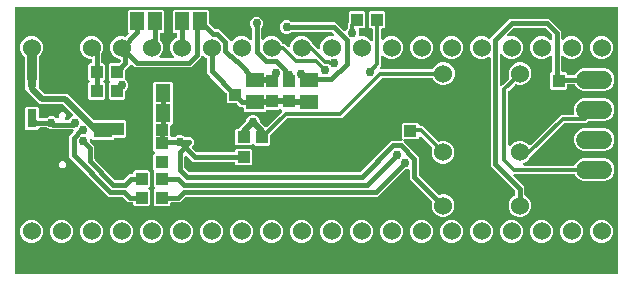
<source format=gbr>
G04 EAGLE Gerber RS-274X export*
G75*
%MOMM*%
%FSLAX34Y34*%
%LPD*%
%INBottom Copper*%
%IPPOS*%
%AMOC8*
5,1,8,0,0,1.08239X$1,22.5*%
G01*
%ADD10R,1.000000X1.100000*%
%ADD11R,1.500000X1.300000*%
%ADD12R,1.100000X1.000000*%
%ADD13C,1.524000*%
%ADD14R,1.300000X1.500000*%
%ADD15C,1.524000*%
%ADD16R,1.168400X1.600200*%
%ADD17R,0.800000X1.600000*%
%ADD18C,0.406400*%
%ADD19C,0.756400*%
%ADD20C,0.508000*%
%ADD21C,0.304800*%
%ADD22C,0.533400*%
%ADD23C,0.812800*%

G36*
X254182Y270D02*
X254182Y270D01*
X254300Y277D01*
X254339Y290D01*
X254379Y295D01*
X254490Y338D01*
X254603Y375D01*
X254637Y397D01*
X254675Y412D01*
X254771Y481D01*
X254872Y545D01*
X254899Y575D01*
X254932Y598D01*
X255008Y690D01*
X255090Y777D01*
X255109Y812D01*
X255135Y843D01*
X255186Y951D01*
X255243Y1055D01*
X255253Y1095D01*
X255270Y1131D01*
X255293Y1248D01*
X255323Y1363D01*
X255326Y1423D01*
X255330Y1443D01*
X255329Y1464D01*
X255333Y1524D01*
X255333Y225489D01*
X255318Y225607D01*
X255310Y225725D01*
X255298Y225764D01*
X255293Y225804D01*
X255249Y225915D01*
X255212Y226028D01*
X255191Y226062D01*
X255176Y226100D01*
X255106Y226196D01*
X255042Y226297D01*
X255013Y226324D01*
X254989Y226357D01*
X254897Y226433D01*
X254811Y226515D01*
X254775Y226534D01*
X254744Y226560D01*
X254636Y226611D01*
X254532Y226668D01*
X254493Y226678D01*
X254456Y226695D01*
X254340Y226718D01*
X254224Y226748D01*
X254164Y226751D01*
X254144Y226755D01*
X254124Y226754D01*
X254064Y226758D01*
X-254064Y226758D01*
X-254182Y226743D01*
X-254300Y226735D01*
X-254339Y226723D01*
X-254379Y226718D01*
X-254490Y226674D01*
X-254603Y226637D01*
X-254637Y226616D01*
X-254675Y226601D01*
X-254771Y226531D01*
X-254872Y226467D01*
X-254899Y226438D01*
X-254932Y226414D01*
X-255008Y226322D01*
X-255090Y226236D01*
X-255109Y226200D01*
X-255135Y226169D01*
X-255186Y226061D01*
X-255243Y225957D01*
X-255253Y225918D01*
X-255270Y225881D01*
X-255293Y225765D01*
X-255323Y225649D01*
X-255326Y225589D01*
X-255330Y225569D01*
X-255329Y225549D01*
X-255333Y225489D01*
X-255333Y1524D01*
X-255318Y1406D01*
X-255310Y1287D01*
X-255298Y1249D01*
X-255293Y1208D01*
X-255249Y1098D01*
X-255212Y985D01*
X-255191Y950D01*
X-255176Y913D01*
X-255106Y817D01*
X-255042Y716D01*
X-255013Y688D01*
X-254989Y655D01*
X-254897Y579D01*
X-254811Y498D01*
X-254775Y478D01*
X-254744Y453D01*
X-254636Y402D01*
X-254532Y344D01*
X-254493Y334D01*
X-254456Y317D01*
X-254340Y295D01*
X-254224Y265D01*
X-254164Y261D01*
X-254144Y257D01*
X-254124Y259D01*
X-254064Y255D01*
X254064Y255D01*
X254182Y270D01*
G37*
%LPC*%
G36*
X-51827Y109044D02*
X-51827Y109044D01*
X-53077Y110295D01*
X-53172Y110368D01*
X-53261Y110447D01*
X-53297Y110465D01*
X-53329Y110490D01*
X-53438Y110537D01*
X-53544Y110591D01*
X-53583Y110600D01*
X-53621Y110616D01*
X-53738Y110635D01*
X-53854Y110661D01*
X-53895Y110660D01*
X-53935Y110666D01*
X-54053Y110655D01*
X-54172Y110651D01*
X-54211Y110640D01*
X-54251Y110636D01*
X-54364Y110596D01*
X-54478Y110563D01*
X-54512Y110542D01*
X-54551Y110529D01*
X-54649Y110462D01*
X-54752Y110401D01*
X-54797Y110361D01*
X-54814Y110350D01*
X-54827Y110335D01*
X-54872Y110295D01*
X-55623Y109544D01*
X-68202Y109544D01*
X-69318Y110661D01*
X-69318Y122239D01*
X-68202Y123356D01*
X-66762Y123356D01*
X-66664Y123368D01*
X-66565Y123371D01*
X-66506Y123388D01*
X-66446Y123396D01*
X-66354Y123432D01*
X-66259Y123460D01*
X-66207Y123490D01*
X-66151Y123513D01*
X-66071Y123571D01*
X-65985Y123621D01*
X-65910Y123687D01*
X-65893Y123699D01*
X-65885Y123709D01*
X-65881Y123713D01*
X-65877Y123716D01*
X-65875Y123718D01*
X-65864Y123727D01*
X-60034Y129557D01*
X-59974Y129636D01*
X-59906Y129708D01*
X-59877Y129761D01*
X-59840Y129809D01*
X-59800Y129900D01*
X-59752Y129986D01*
X-59737Y130045D01*
X-59713Y130100D01*
X-59698Y130196D01*
X-58797Y132372D01*
X-57197Y133972D01*
X-55106Y134838D01*
X-52844Y134838D01*
X-50753Y133972D01*
X-49153Y132372D01*
X-48259Y130213D01*
X-48255Y130199D01*
X-48247Y130139D01*
X-48211Y130047D01*
X-48183Y129952D01*
X-48153Y129900D01*
X-48130Y129844D01*
X-48072Y129763D01*
X-48022Y129678D01*
X-47956Y129603D01*
X-47944Y129586D01*
X-47934Y129578D01*
X-47916Y129557D01*
X-44515Y126157D01*
X-43746Y125387D01*
X-43652Y125314D01*
X-43562Y125236D01*
X-43526Y125217D01*
X-43494Y125192D01*
X-43385Y125145D01*
X-43279Y125091D01*
X-43240Y125082D01*
X-43202Y125066D01*
X-43085Y125047D01*
X-42969Y125021D01*
X-42928Y125023D01*
X-42888Y125016D01*
X-42770Y125027D01*
X-42651Y125031D01*
X-42612Y125042D01*
X-42572Y125046D01*
X-42460Y125086D01*
X-42345Y125119D01*
X-42310Y125140D01*
X-42272Y125154D01*
X-42174Y125220D01*
X-42071Y125281D01*
X-42026Y125321D01*
X-42009Y125332D01*
X-41996Y125347D01*
X-41951Y125387D01*
X-29533Y137805D01*
X-29460Y137899D01*
X-29381Y137988D01*
X-29363Y138024D01*
X-29338Y138056D01*
X-29290Y138166D01*
X-29236Y138272D01*
X-29228Y138311D01*
X-29211Y138348D01*
X-29193Y138466D01*
X-29167Y138582D01*
X-29168Y138622D01*
X-29162Y138662D01*
X-29173Y138781D01*
X-29176Y138900D01*
X-29188Y138939D01*
X-29191Y138979D01*
X-29232Y139091D01*
X-29265Y139205D01*
X-29285Y139240D01*
X-29299Y139278D01*
X-29366Y139377D01*
X-29426Y139479D01*
X-29466Y139525D01*
X-29478Y139541D01*
X-29493Y139555D01*
X-29533Y139600D01*
X-30059Y140126D01*
X-30153Y140199D01*
X-30242Y140278D01*
X-30278Y140296D01*
X-30310Y140321D01*
X-30419Y140368D01*
X-30525Y140422D01*
X-30565Y140431D01*
X-30602Y140447D01*
X-30720Y140466D01*
X-30836Y140492D01*
X-30876Y140491D01*
X-30916Y140497D01*
X-31035Y140486D01*
X-31153Y140482D01*
X-31192Y140471D01*
X-31233Y140467D01*
X-31345Y140427D01*
X-31459Y140394D01*
X-31494Y140374D01*
X-31532Y140360D01*
X-31630Y140293D01*
X-31733Y140233D01*
X-31778Y140193D01*
X-31795Y140181D01*
X-31808Y140166D01*
X-31854Y140126D01*
X-32311Y139669D01*
X-41713Y139669D01*
X-41831Y139654D01*
X-41949Y139647D01*
X-41988Y139634D01*
X-42028Y139629D01*
X-42139Y139586D01*
X-42252Y139549D01*
X-42286Y139527D01*
X-42324Y139512D01*
X-42420Y139443D01*
X-42521Y139379D01*
X-42548Y139349D01*
X-42581Y139326D01*
X-42657Y139234D01*
X-42739Y139147D01*
X-42758Y139112D01*
X-42784Y139081D01*
X-42835Y138973D01*
X-42884Y138883D01*
X-44098Y137669D01*
X-60677Y137669D01*
X-61793Y138786D01*
X-61793Y140868D01*
X-61808Y140986D01*
X-61816Y141105D01*
X-61828Y141143D01*
X-61833Y141184D01*
X-61877Y141294D01*
X-61914Y141407D01*
X-61935Y141442D01*
X-61950Y141479D01*
X-62020Y141575D01*
X-62084Y141676D01*
X-62113Y141704D01*
X-62137Y141737D01*
X-62229Y141813D01*
X-62315Y141894D01*
X-62351Y141914D01*
X-62382Y141939D01*
X-62490Y141990D01*
X-62594Y142048D01*
X-62633Y142058D01*
X-62670Y142075D01*
X-62786Y142097D01*
X-62902Y142127D01*
X-62962Y142131D01*
X-62982Y142135D01*
X-63002Y142133D01*
X-63062Y142137D01*
X-64594Y142137D01*
X-67079Y144623D01*
X-67157Y144683D01*
X-67229Y144751D01*
X-67282Y144780D01*
X-67330Y144817D01*
X-67421Y144857D01*
X-67508Y144905D01*
X-67566Y144920D01*
X-67622Y144944D01*
X-67720Y144959D01*
X-67816Y144984D01*
X-67916Y144990D01*
X-67936Y144994D01*
X-67948Y144992D01*
X-67976Y144994D01*
X-75077Y144994D01*
X-76193Y146111D01*
X-76193Y153211D01*
X-76206Y153309D01*
X-76209Y153408D01*
X-76225Y153467D01*
X-76233Y153527D01*
X-76270Y153619D01*
X-76297Y153714D01*
X-76328Y153766D01*
X-76350Y153822D01*
X-76408Y153903D01*
X-76459Y153988D01*
X-76525Y154063D01*
X-76537Y154080D01*
X-76546Y154088D01*
X-76565Y154109D01*
X-90159Y167703D01*
X-92838Y170381D01*
X-92838Y182560D01*
X-92841Y182589D01*
X-92839Y182619D01*
X-92861Y182747D01*
X-92878Y182875D01*
X-92888Y182903D01*
X-92893Y182932D01*
X-92947Y183050D01*
X-92995Y183171D01*
X-93012Y183195D01*
X-93024Y183222D01*
X-93105Y183323D01*
X-93181Y183428D01*
X-93204Y183447D01*
X-93223Y183470D01*
X-93326Y183548D01*
X-93426Y183631D01*
X-93453Y183644D01*
X-93477Y183662D01*
X-93621Y183733D01*
X-94296Y184012D01*
X-95496Y185212D01*
X-95580Y185277D01*
X-95628Y185322D01*
X-95652Y185335D01*
X-95712Y185386D01*
X-95731Y185394D01*
X-95747Y185407D01*
X-95874Y185462D01*
X-96000Y185521D01*
X-96020Y185525D01*
X-96039Y185533D01*
X-96177Y185555D01*
X-96313Y185581D01*
X-96333Y185580D01*
X-96353Y185583D01*
X-96492Y185570D01*
X-96630Y185561D01*
X-96649Y185555D01*
X-96669Y185553D01*
X-96801Y185506D01*
X-96932Y185463D01*
X-96950Y185452D01*
X-96969Y185445D01*
X-97084Y185367D01*
X-97201Y185293D01*
X-97215Y185278D01*
X-97232Y185267D01*
X-97324Y185162D01*
X-97419Y185061D01*
X-97429Y185044D01*
X-97442Y185028D01*
X-97506Y184904D01*
X-97573Y184783D01*
X-97578Y184763D01*
X-97587Y184745D01*
X-97599Y184691D01*
X-97600Y184689D01*
X-97602Y184676D01*
X-97617Y184609D01*
X-97652Y184475D01*
X-97654Y184447D01*
X-97657Y184435D01*
X-97656Y184414D01*
X-97658Y184387D01*
X-97660Y184376D01*
X-97659Y184365D01*
X-97662Y184314D01*
X-97662Y184106D01*
X-106319Y175450D01*
X-154031Y175450D01*
X-155984Y177402D01*
X-156078Y177476D01*
X-156167Y177554D01*
X-156203Y177573D01*
X-156235Y177597D01*
X-156344Y177645D01*
X-156450Y177699D01*
X-156490Y177708D01*
X-156527Y177724D01*
X-156645Y177742D01*
X-156761Y177768D01*
X-156801Y177767D01*
X-156841Y177774D01*
X-156960Y177762D01*
X-157078Y177759D01*
X-157117Y177748D01*
X-157158Y177744D01*
X-157270Y177703D01*
X-157384Y177670D01*
X-157419Y177650D01*
X-157457Y177636D01*
X-157555Y177569D01*
X-157658Y177509D01*
X-157703Y177469D01*
X-157720Y177458D01*
X-157733Y177442D01*
X-157779Y177402D01*
X-162023Y173159D01*
X-162083Y173080D01*
X-162151Y173008D01*
X-162180Y172955D01*
X-162217Y172907D01*
X-162257Y172816D01*
X-162305Y172730D01*
X-162320Y172671D01*
X-162344Y172616D01*
X-162359Y172518D01*
X-162384Y172422D01*
X-162390Y172322D01*
X-162394Y172301D01*
X-162392Y172289D01*
X-162394Y172261D01*
X-162394Y166127D01*
X-162382Y166029D01*
X-162379Y165929D01*
X-162362Y165871D01*
X-162354Y165811D01*
X-162318Y165719D01*
X-162290Y165624D01*
X-162260Y165572D01*
X-162237Y165515D01*
X-162179Y165435D01*
X-162129Y165350D01*
X-162063Y165275D01*
X-162051Y165258D01*
X-162041Y165250D01*
X-162023Y165229D01*
X-160278Y163485D01*
X-159412Y161394D01*
X-159412Y159132D01*
X-160278Y157041D01*
X-162023Y155297D01*
X-162083Y155219D01*
X-162151Y155146D01*
X-162180Y155093D01*
X-162217Y155046D01*
X-162257Y154955D01*
X-162305Y154868D01*
X-162320Y154809D01*
X-162344Y154754D01*
X-162359Y154656D01*
X-162384Y154560D01*
X-162390Y154460D01*
X-162394Y154440D01*
X-162392Y154427D01*
X-162394Y154399D01*
X-162394Y149286D01*
X-163511Y148169D01*
X-175089Y148169D01*
X-176206Y149286D01*
X-176206Y161864D01*
X-175455Y162615D01*
X-175382Y162709D01*
X-175303Y162798D01*
X-175285Y162834D01*
X-175260Y162866D01*
X-175213Y162976D01*
X-175159Y163082D01*
X-175150Y163121D01*
X-175134Y163158D01*
X-175115Y163276D01*
X-175089Y163392D01*
X-175090Y163432D01*
X-175084Y163472D01*
X-175095Y163591D01*
X-175099Y163710D01*
X-175110Y163749D01*
X-175114Y163789D01*
X-175154Y163901D01*
X-175187Y164015D01*
X-175208Y164050D01*
X-175221Y164088D01*
X-175288Y164187D01*
X-175349Y164289D01*
X-175389Y164334D01*
X-175400Y164351D01*
X-175415Y164365D01*
X-175455Y164410D01*
X-176206Y165161D01*
X-176206Y177739D01*
X-175089Y178856D01*
X-167989Y178856D01*
X-167891Y178868D01*
X-167792Y178871D01*
X-167733Y178888D01*
X-167673Y178896D01*
X-167581Y178932D01*
X-167486Y178960D01*
X-167434Y178990D01*
X-167378Y179013D01*
X-167298Y179071D01*
X-167212Y179121D01*
X-167137Y179187D01*
X-167120Y179199D01*
X-167112Y179209D01*
X-167091Y179227D01*
X-166234Y180084D01*
X-166174Y180163D01*
X-166106Y180235D01*
X-166077Y180288D01*
X-166040Y180336D01*
X-166000Y180427D01*
X-165952Y180513D01*
X-165937Y180572D01*
X-165913Y180627D01*
X-165898Y180725D01*
X-165873Y180821D01*
X-165867Y180921D01*
X-165863Y180942D01*
X-165865Y180954D01*
X-165863Y180982D01*
X-165863Y181293D01*
X-165878Y181411D01*
X-165885Y181529D01*
X-165898Y181568D01*
X-165903Y181608D01*
X-165946Y181719D01*
X-165983Y181832D01*
X-166005Y181866D01*
X-166020Y181904D01*
X-166089Y182000D01*
X-166153Y182101D01*
X-166183Y182128D01*
X-166206Y182161D01*
X-166298Y182237D01*
X-166385Y182319D01*
X-166420Y182338D01*
X-166451Y182364D01*
X-166559Y182415D01*
X-166663Y182472D01*
X-166703Y182482D01*
X-166739Y182499D01*
X-166856Y182522D01*
X-166968Y182551D01*
X-170496Y184012D01*
X-173176Y186692D01*
X-174626Y190193D01*
X-174626Y193982D01*
X-173176Y197483D01*
X-170496Y200163D01*
X-166995Y201613D01*
X-163205Y201613D01*
X-162531Y201334D01*
X-162502Y201326D01*
X-162476Y201313D01*
X-162349Y201284D01*
X-162224Y201250D01*
X-162194Y201249D01*
X-162165Y201243D01*
X-162036Y201247D01*
X-161906Y201245D01*
X-161877Y201252D01*
X-161848Y201253D01*
X-161723Y201289D01*
X-161597Y201319D01*
X-161570Y201333D01*
X-161542Y201341D01*
X-161431Y201407D01*
X-161315Y201468D01*
X-161294Y201488D01*
X-161268Y201503D01*
X-161147Y201609D01*
X-159430Y203327D01*
X-159357Y203421D01*
X-159278Y203510D01*
X-159260Y203546D01*
X-159235Y203578D01*
X-159187Y203687D01*
X-159133Y203793D01*
X-159125Y203833D01*
X-159108Y203870D01*
X-159090Y203987D01*
X-159064Y204103D01*
X-159065Y204144D01*
X-159059Y204184D01*
X-159070Y204302D01*
X-159073Y204421D01*
X-159085Y204460D01*
X-159088Y204500D01*
X-159129Y204613D01*
X-159162Y204727D01*
X-159182Y204762D01*
X-159196Y204800D01*
X-159263Y204898D01*
X-159323Y205001D01*
X-159363Y205046D01*
X-159375Y205063D01*
X-159390Y205076D01*
X-159430Y205122D01*
X-159830Y205522D01*
X-159830Y223103D01*
X-158714Y224219D01*
X-145451Y224219D01*
X-145360Y224128D01*
X-145266Y224055D01*
X-145177Y223976D01*
X-145141Y223958D01*
X-145109Y223933D01*
X-144999Y223886D01*
X-144893Y223832D01*
X-144854Y223823D01*
X-144817Y223807D01*
X-144699Y223788D01*
X-144583Y223762D01*
X-144543Y223763D01*
X-144503Y223757D01*
X-144384Y223768D01*
X-144265Y223772D01*
X-144226Y223783D01*
X-144186Y223787D01*
X-144074Y223827D01*
X-143960Y223860D01*
X-143925Y223881D01*
X-143887Y223894D01*
X-143788Y223961D01*
X-143686Y224022D01*
X-143641Y224062D01*
X-143624Y224073D01*
X-143610Y224088D01*
X-143565Y224128D01*
X-143474Y224219D01*
X-130211Y224219D01*
X-129095Y223103D01*
X-129095Y205522D01*
X-130211Y204406D01*
X-131636Y204406D01*
X-131754Y204391D01*
X-131872Y204383D01*
X-131911Y204371D01*
X-131951Y204366D01*
X-132062Y204322D01*
X-132175Y204285D01*
X-132209Y204264D01*
X-132247Y204249D01*
X-132343Y204179D01*
X-132444Y204115D01*
X-132471Y204086D01*
X-132504Y204062D01*
X-132580Y203970D01*
X-132662Y203884D01*
X-132681Y203848D01*
X-132707Y203817D01*
X-132758Y203709D01*
X-132815Y203605D01*
X-132825Y203566D01*
X-132842Y203529D01*
X-132865Y203413D01*
X-132895Y203297D01*
X-132898Y203237D01*
X-132902Y203217D01*
X-132901Y203197D01*
X-132905Y203137D01*
X-132905Y199289D01*
X-132892Y199191D01*
X-132889Y199092D01*
X-132873Y199034D01*
X-132865Y198974D01*
X-132828Y198882D01*
X-132801Y198787D01*
X-132770Y198735D01*
X-132748Y198678D01*
X-132690Y198598D01*
X-132639Y198513D01*
X-132573Y198437D01*
X-132561Y198421D01*
X-132552Y198413D01*
X-132533Y198392D01*
X-131624Y197483D01*
X-130174Y193982D01*
X-130174Y190193D01*
X-131624Y186692D01*
X-132824Y185492D01*
X-132909Y185382D01*
X-132998Y185275D01*
X-133007Y185257D01*
X-133019Y185241D01*
X-133074Y185113D01*
X-133134Y184987D01*
X-133137Y184968D01*
X-133145Y184949D01*
X-133167Y184811D01*
X-133193Y184675D01*
X-133192Y184655D01*
X-133195Y184635D01*
X-133182Y184496D01*
X-133174Y184358D01*
X-133167Y184338D01*
X-133165Y184318D01*
X-133118Y184187D01*
X-133076Y184055D01*
X-133065Y184038D01*
X-133058Y184019D01*
X-132980Y183904D01*
X-132905Y183786D01*
X-132891Y183772D01*
X-132879Y183756D01*
X-132775Y183664D01*
X-132674Y183568D01*
X-132656Y183559D01*
X-132641Y183545D01*
X-132517Y183482D01*
X-132395Y183415D01*
X-132376Y183410D01*
X-132358Y183401D01*
X-132222Y183370D01*
X-132087Y183335D01*
X-132059Y183334D01*
X-132047Y183331D01*
X-132027Y183332D01*
X-131927Y183325D01*
X-122073Y183325D01*
X-121935Y183343D01*
X-121797Y183356D01*
X-121778Y183363D01*
X-121758Y183365D01*
X-121629Y183416D01*
X-121498Y183463D01*
X-121481Y183475D01*
X-121462Y183482D01*
X-121350Y183564D01*
X-121235Y183642D01*
X-121221Y183657D01*
X-121205Y183669D01*
X-121116Y183776D01*
X-121024Y183880D01*
X-121015Y183898D01*
X-121002Y183914D01*
X-120943Y184040D01*
X-120880Y184164D01*
X-120875Y184183D01*
X-120866Y184202D01*
X-120840Y184338D01*
X-120810Y184474D01*
X-120810Y184494D01*
X-120807Y184514D01*
X-120815Y184652D01*
X-120820Y184792D01*
X-120825Y184811D01*
X-120826Y184831D01*
X-120869Y184963D01*
X-120908Y185097D01*
X-120918Y185115D01*
X-120924Y185134D01*
X-120999Y185252D01*
X-121069Y185371D01*
X-121088Y185392D01*
X-121095Y185403D01*
X-121110Y185417D01*
X-121176Y185492D01*
X-122376Y186692D01*
X-123826Y190193D01*
X-123826Y193982D01*
X-122376Y197483D01*
X-119696Y200163D01*
X-118704Y200574D01*
X-118678Y200589D01*
X-118650Y200598D01*
X-118540Y200667D01*
X-118428Y200732D01*
X-118406Y200752D01*
X-118381Y200768D01*
X-118292Y200862D01*
X-118199Y200953D01*
X-118184Y200978D01*
X-118163Y200999D01*
X-118101Y201113D01*
X-118033Y201224D01*
X-118024Y201252D01*
X-118010Y201278D01*
X-117977Y201404D01*
X-117939Y201528D01*
X-117938Y201557D01*
X-117930Y201586D01*
X-117920Y201747D01*
X-117920Y203137D01*
X-117935Y203255D01*
X-117943Y203373D01*
X-117955Y203412D01*
X-117960Y203452D01*
X-118004Y203563D01*
X-118041Y203676D01*
X-118062Y203710D01*
X-118077Y203748D01*
X-118147Y203844D01*
X-118211Y203945D01*
X-118240Y203972D01*
X-118264Y204005D01*
X-118356Y204081D01*
X-118442Y204163D01*
X-118478Y204182D01*
X-118509Y204208D01*
X-118617Y204259D01*
X-118721Y204316D01*
X-118760Y204326D01*
X-118797Y204343D01*
X-118913Y204366D01*
X-119029Y204396D01*
X-119089Y204399D01*
X-119109Y204403D01*
X-119129Y204402D01*
X-119189Y204406D01*
X-120614Y204406D01*
X-121730Y205522D01*
X-121730Y223103D01*
X-120614Y224219D01*
X-107351Y224219D01*
X-107260Y224128D01*
X-107166Y224055D01*
X-107077Y223976D01*
X-107041Y223958D01*
X-107009Y223933D01*
X-106899Y223886D01*
X-106793Y223832D01*
X-106754Y223823D01*
X-106717Y223807D01*
X-106599Y223788D01*
X-106483Y223762D01*
X-106443Y223763D01*
X-106403Y223757D01*
X-106284Y223768D01*
X-106165Y223772D01*
X-106126Y223783D01*
X-106086Y223787D01*
X-105974Y223827D01*
X-105860Y223860D01*
X-105825Y223881D01*
X-105787Y223894D01*
X-105688Y223961D01*
X-105586Y224022D01*
X-105541Y224062D01*
X-105524Y224073D01*
X-105510Y224088D01*
X-105465Y224128D01*
X-105374Y224219D01*
X-92111Y224219D01*
X-90995Y223103D01*
X-90995Y212659D01*
X-90982Y212561D01*
X-90979Y212462D01*
X-90963Y212404D01*
X-90955Y212344D01*
X-90918Y212252D01*
X-90891Y212157D01*
X-90860Y212104D01*
X-90838Y212048D01*
X-90780Y211968D01*
X-90729Y211883D01*
X-90663Y211807D01*
X-90651Y211791D01*
X-90642Y211783D01*
X-90623Y211762D01*
X-86815Y207954D01*
X-86737Y207893D01*
X-86665Y207825D01*
X-86612Y207796D01*
X-86564Y207759D01*
X-86473Y207720D01*
X-86386Y207672D01*
X-86328Y207657D01*
X-86272Y207633D01*
X-86174Y207617D01*
X-86078Y207592D01*
X-85978Y207586D01*
X-85958Y207583D01*
X-85946Y207584D01*
X-85918Y207582D01*
X-82482Y207582D01*
X-73378Y198479D01*
X-73375Y198441D01*
X-73368Y198422D01*
X-73365Y198402D01*
X-73314Y198273D01*
X-73267Y198142D01*
X-73256Y198125D01*
X-73248Y198107D01*
X-73167Y197994D01*
X-73089Y197879D01*
X-73073Y197866D01*
X-73062Y197849D01*
X-72954Y197760D01*
X-72850Y197669D01*
X-72832Y197659D01*
X-72817Y197646D01*
X-72691Y197587D01*
X-72567Y197524D01*
X-72547Y197520D01*
X-72529Y197511D01*
X-72393Y197485D01*
X-72257Y197454D01*
X-72236Y197455D01*
X-72217Y197451D01*
X-72078Y197460D01*
X-71939Y197464D01*
X-71919Y197470D01*
X-71899Y197471D01*
X-71767Y197514D01*
X-71633Y197552D01*
X-71616Y197563D01*
X-71597Y197569D01*
X-71479Y197644D01*
X-71359Y197714D01*
X-71338Y197733D01*
X-71328Y197739D01*
X-71314Y197754D01*
X-71239Y197820D01*
X-68896Y200163D01*
X-65395Y201613D01*
X-61605Y201613D01*
X-58104Y200163D01*
X-56904Y198963D01*
X-56795Y198878D01*
X-56688Y198789D01*
X-56669Y198781D01*
X-56653Y198768D01*
X-56526Y198713D01*
X-56400Y198654D01*
X-56380Y198650D01*
X-56361Y198642D01*
X-56223Y198620D01*
X-56087Y198594D01*
X-56067Y198595D01*
X-56047Y198592D01*
X-55908Y198605D01*
X-55770Y198614D01*
X-55751Y198620D01*
X-55731Y198622D01*
X-55599Y198669D01*
X-55468Y198712D01*
X-55450Y198723D01*
X-55431Y198730D01*
X-55316Y198808D01*
X-55199Y198882D01*
X-55185Y198897D01*
X-55168Y198908D01*
X-55076Y199013D01*
X-54981Y199114D01*
X-54971Y199131D01*
X-54958Y199147D01*
X-54894Y199271D01*
X-54827Y199392D01*
X-54822Y199412D01*
X-54813Y199430D01*
X-54783Y199566D01*
X-54748Y199700D01*
X-54746Y199728D01*
X-54743Y199740D01*
X-54744Y199761D01*
X-54738Y199861D01*
X-54738Y208093D01*
X-54750Y208191D01*
X-54753Y208291D01*
X-54770Y208349D01*
X-54778Y208409D01*
X-54814Y208501D01*
X-54842Y208596D01*
X-54872Y208648D01*
X-54895Y208705D01*
X-54953Y208785D01*
X-55003Y208870D01*
X-55069Y208945D01*
X-55081Y208962D01*
X-55091Y208970D01*
X-55109Y208991D01*
X-55622Y209503D01*
X-56488Y211594D01*
X-56488Y213856D01*
X-55622Y215947D01*
X-54022Y217547D01*
X-51931Y218413D01*
X-49669Y218413D01*
X-47578Y217547D01*
X-45978Y215947D01*
X-45112Y213856D01*
X-45112Y211594D01*
X-45978Y209503D01*
X-46491Y208991D01*
X-46551Y208913D01*
X-46619Y208840D01*
X-46648Y208787D01*
X-46685Y208740D01*
X-46725Y208649D01*
X-46773Y208562D01*
X-46788Y208503D01*
X-46812Y208448D01*
X-46827Y208350D01*
X-46852Y208254D01*
X-46858Y208154D01*
X-46862Y208134D01*
X-46860Y208121D01*
X-46862Y208093D01*
X-46862Y199861D01*
X-46845Y199723D01*
X-46832Y199584D01*
X-46825Y199565D01*
X-46822Y199545D01*
X-46771Y199416D01*
X-46724Y199285D01*
X-46713Y199268D01*
X-46705Y199250D01*
X-46624Y199137D01*
X-46546Y199022D01*
X-46530Y199009D01*
X-46519Y198992D01*
X-46411Y198903D01*
X-46307Y198812D01*
X-46289Y198802D01*
X-46274Y198789D01*
X-46148Y198730D01*
X-46024Y198667D01*
X-46004Y198663D01*
X-45986Y198654D01*
X-45849Y198628D01*
X-45714Y198597D01*
X-45693Y198598D01*
X-45674Y198594D01*
X-45535Y198603D01*
X-45396Y198607D01*
X-45376Y198613D01*
X-45356Y198614D01*
X-45224Y198657D01*
X-45090Y198695D01*
X-45073Y198706D01*
X-45054Y198712D01*
X-44936Y198786D01*
X-44816Y198857D01*
X-44795Y198876D01*
X-44785Y198882D01*
X-44771Y198897D01*
X-44696Y198963D01*
X-43496Y200163D01*
X-39995Y201613D01*
X-36205Y201613D01*
X-32704Y200163D01*
X-30024Y197483D01*
X-29535Y196301D01*
X-29520Y196275D01*
X-29511Y196247D01*
X-29441Y196137D01*
X-29377Y196025D01*
X-29357Y196003D01*
X-29341Y195978D01*
X-29246Y195889D01*
X-29156Y195796D01*
X-29131Y195781D01*
X-29109Y195760D01*
X-28995Y195698D01*
X-28885Y195630D01*
X-28856Y195621D01*
X-28831Y195607D01*
X-28705Y195574D01*
X-28581Y195536D01*
X-28551Y195535D01*
X-28523Y195527D01*
X-28362Y195517D01*
X-26905Y195517D01*
X-24392Y193005D01*
X-24283Y192919D01*
X-24176Y192831D01*
X-24157Y192822D01*
X-24141Y192810D01*
X-24013Y192754D01*
X-23888Y192695D01*
X-23868Y192691D01*
X-23849Y192683D01*
X-23711Y192661D01*
X-23575Y192635D01*
X-23555Y192637D01*
X-23535Y192634D01*
X-23396Y192647D01*
X-23258Y192655D01*
X-23239Y192661D01*
X-23219Y192663D01*
X-23087Y192711D01*
X-22956Y192753D01*
X-22938Y192764D01*
X-22919Y192771D01*
X-22804Y192849D01*
X-22687Y192923D01*
X-22673Y192938D01*
X-22656Y192950D01*
X-22564Y193054D01*
X-22469Y193155D01*
X-22459Y193173D01*
X-22446Y193188D01*
X-22382Y193312D01*
X-22315Y193434D01*
X-22310Y193453D01*
X-22301Y193471D01*
X-22271Y193607D01*
X-22236Y193741D01*
X-22234Y193770D01*
X-22231Y193781D01*
X-22232Y193802D01*
X-22226Y193902D01*
X-22226Y193982D01*
X-20776Y197483D01*
X-18096Y200163D01*
X-14595Y201613D01*
X-10805Y201613D01*
X-7304Y200163D01*
X-4624Y197483D01*
X-4135Y196301D01*
X-4120Y196275D01*
X-4111Y196247D01*
X-4041Y196137D01*
X-3977Y196025D01*
X-3957Y196003D01*
X-3941Y195978D01*
X-3846Y195889D01*
X-3756Y195796D01*
X-3731Y195781D01*
X-3709Y195760D01*
X-3595Y195698D01*
X-3592Y195696D01*
X1008Y191096D01*
X1117Y191011D01*
X1224Y190922D01*
X1243Y190913D01*
X1259Y190901D01*
X1387Y190846D01*
X1512Y190787D01*
X1532Y190783D01*
X1551Y190775D01*
X1689Y190753D01*
X1825Y190727D01*
X1845Y190728D01*
X1865Y190725D01*
X2004Y190738D01*
X2142Y190747D01*
X2161Y190753D01*
X2181Y190755D01*
X2313Y190802D01*
X2444Y190845D01*
X2462Y190855D01*
X2481Y190862D01*
X2596Y190940D01*
X2713Y191015D01*
X2727Y191029D01*
X2744Y191041D01*
X2836Y191145D01*
X2931Y191246D01*
X2941Y191264D01*
X2954Y191279D01*
X3018Y191403D01*
X3085Y191525D01*
X3090Y191544D01*
X3099Y191562D01*
X3129Y191698D01*
X3164Y191833D01*
X3166Y191861D01*
X3169Y191873D01*
X3168Y191893D01*
X3174Y191993D01*
X3174Y193982D01*
X4624Y197483D01*
X7304Y200163D01*
X10805Y201613D01*
X13591Y201613D01*
X13729Y201631D01*
X13868Y201644D01*
X13887Y201651D01*
X13907Y201653D01*
X14036Y201704D01*
X14167Y201751D01*
X14184Y201763D01*
X14202Y201770D01*
X14315Y201852D01*
X14430Y201930D01*
X14443Y201945D01*
X14460Y201957D01*
X14549Y202064D01*
X14640Y202168D01*
X14650Y202186D01*
X14663Y202202D01*
X14722Y202328D01*
X14785Y202452D01*
X14790Y202471D01*
X14798Y202490D01*
X14824Y202626D01*
X14855Y202762D01*
X14854Y202782D01*
X14858Y202802D01*
X14849Y202940D01*
X14845Y203080D01*
X14839Y203099D01*
X14838Y203119D01*
X14795Y203251D01*
X14757Y203385D01*
X14746Y203403D01*
X14740Y203422D01*
X14666Y203540D01*
X14595Y203659D01*
X14577Y203680D01*
X14570Y203691D01*
X14555Y203705D01*
X14489Y203780D01*
X13028Y205241D01*
X12950Y205301D01*
X12878Y205369D01*
X12825Y205398D01*
X12777Y205435D01*
X12686Y205475D01*
X12599Y205523D01*
X12541Y205538D01*
X12485Y205562D01*
X12387Y205577D01*
X12291Y205602D01*
X12191Y205608D01*
X12171Y205612D01*
X12159Y205610D01*
X12131Y205612D01*
X-20768Y205612D01*
X-20866Y205600D01*
X-20966Y205597D01*
X-21024Y205580D01*
X-21084Y205572D01*
X-21176Y205536D01*
X-21271Y205508D01*
X-21323Y205478D01*
X-21380Y205455D01*
X-21460Y205397D01*
X-21545Y205347D01*
X-21620Y205281D01*
X-21637Y205269D01*
X-21645Y205259D01*
X-21666Y205241D01*
X-22178Y204728D01*
X-24269Y203862D01*
X-26531Y203862D01*
X-28622Y204728D01*
X-30222Y206328D01*
X-31088Y208419D01*
X-31088Y210681D01*
X-30222Y212772D01*
X-28622Y214372D01*
X-26531Y215238D01*
X-24269Y215238D01*
X-22178Y214372D01*
X-21666Y213859D01*
X-21588Y213799D01*
X-21515Y213731D01*
X-21462Y213702D01*
X-21415Y213665D01*
X-21324Y213625D01*
X-21237Y213577D01*
X-21178Y213562D01*
X-21123Y213538D01*
X-21025Y213523D01*
X-20929Y213498D01*
X-20829Y213492D01*
X-20809Y213488D01*
X-20796Y213490D01*
X-20768Y213488D01*
X15919Y213488D01*
X18597Y210809D01*
X22842Y206564D01*
X22882Y206533D01*
X22915Y206497D01*
X23007Y206436D01*
X23094Y206369D01*
X23139Y206349D01*
X23181Y206322D01*
X23285Y206286D01*
X23386Y206243D01*
X23435Y206235D01*
X23482Y206219D01*
X23591Y206210D01*
X23700Y206193D01*
X23749Y206197D01*
X23799Y206194D01*
X23907Y206212D01*
X24016Y206223D01*
X24063Y206239D01*
X24112Y206248D01*
X24212Y206293D01*
X24316Y206330D01*
X24357Y206358D01*
X24402Y206378D01*
X24488Y206447D01*
X24579Y206509D01*
X24612Y206546D01*
X24650Y206577D01*
X24716Y206665D01*
X24789Y206747D01*
X24812Y206792D01*
X24842Y206831D01*
X24913Y206976D01*
X25341Y208009D01*
X26361Y209030D01*
X26422Y209108D01*
X26490Y209180D01*
X26519Y209233D01*
X26556Y209281D01*
X26595Y209372D01*
X26643Y209459D01*
X26658Y209517D01*
X26682Y209573D01*
X26698Y209671D01*
X26723Y209767D01*
X26729Y209867D01*
X26732Y209887D01*
X26731Y209899D01*
X26733Y209927D01*
X26733Y213121D01*
X27085Y213473D01*
X27146Y213551D01*
X27214Y213623D01*
X27243Y213676D01*
X27280Y213724D01*
X27319Y213815D01*
X27367Y213902D01*
X27382Y213960D01*
X27406Y214016D01*
X27422Y214114D01*
X27447Y214210D01*
X27453Y214310D01*
X27456Y214330D01*
X27455Y214342D01*
X27457Y214370D01*
X27457Y222189D01*
X28573Y223306D01*
X40152Y223306D01*
X41268Y222189D01*
X41268Y209611D01*
X40152Y208494D01*
X36683Y208494D01*
X36634Y208488D01*
X36584Y208490D01*
X36477Y208468D01*
X36367Y208454D01*
X36321Y208436D01*
X36273Y208426D01*
X36174Y208378D01*
X36072Y208337D01*
X36032Y208308D01*
X35987Y208286D01*
X35903Y208215D01*
X35814Y208151D01*
X35783Y208112D01*
X35745Y208080D01*
X35682Y207990D01*
X35612Y207906D01*
X35590Y207861D01*
X35562Y207820D01*
X35523Y207717D01*
X35476Y207618D01*
X35467Y207569D01*
X35449Y207523D01*
X35437Y207413D01*
X35416Y207306D01*
X35419Y207256D01*
X35414Y207207D01*
X35429Y207098D01*
X35436Y206988D01*
X35451Y206941D01*
X35458Y206892D01*
X35510Y206739D01*
X35850Y205919D01*
X35850Y203656D01*
X35731Y203368D01*
X35718Y203320D01*
X35697Y203275D01*
X35676Y203168D01*
X35647Y203062D01*
X35646Y203012D01*
X35637Y202963D01*
X35644Y202853D01*
X35642Y202744D01*
X35654Y202695D01*
X35657Y202646D01*
X35690Y202541D01*
X35716Y202434D01*
X35739Y202390D01*
X35755Y202343D01*
X35813Y202250D01*
X35865Y202153D01*
X35898Y202116D01*
X35925Y202074D01*
X36005Y201999D01*
X36079Y201918D01*
X36120Y201891D01*
X36156Y201856D01*
X36253Y201803D01*
X36344Y201743D01*
X36391Y201727D01*
X36435Y201703D01*
X36541Y201675D01*
X36645Y201640D01*
X36695Y201636D01*
X36743Y201623D01*
X36904Y201613D01*
X39995Y201613D01*
X43496Y200163D01*
X45766Y197893D01*
X45876Y197808D01*
X45983Y197719D01*
X46001Y197710D01*
X46017Y197698D01*
X46145Y197642D01*
X46271Y197583D01*
X46290Y197580D01*
X46309Y197572D01*
X46447Y197550D01*
X46583Y197524D01*
X46603Y197525D01*
X46623Y197522D01*
X46762Y197535D01*
X46900Y197543D01*
X46920Y197550D01*
X46940Y197552D01*
X47071Y197599D01*
X47203Y197641D01*
X47220Y197652D01*
X47239Y197659D01*
X47354Y197737D01*
X47472Y197812D01*
X47486Y197826D01*
X47502Y197838D01*
X47594Y197942D01*
X47690Y198043D01*
X47699Y198061D01*
X47713Y198076D01*
X47776Y198200D01*
X47843Y198322D01*
X47848Y198341D01*
X47857Y198359D01*
X47888Y198495D01*
X47923Y198630D01*
X47924Y198658D01*
X47927Y198670D01*
X47926Y198690D01*
X47933Y198790D01*
X47933Y207225D01*
X47918Y207343D01*
X47910Y207462D01*
X47898Y207500D01*
X47893Y207541D01*
X47849Y207651D01*
X47812Y207764D01*
X47791Y207799D01*
X47776Y207836D01*
X47706Y207932D01*
X47642Y208033D01*
X47613Y208061D01*
X47589Y208094D01*
X47497Y208170D01*
X47411Y208251D01*
X47375Y208271D01*
X47344Y208296D01*
X47236Y208347D01*
X47132Y208405D01*
X47093Y208415D01*
X47056Y208432D01*
X46940Y208454D01*
X46824Y208484D01*
X46764Y208488D01*
X46744Y208492D01*
X46724Y208490D01*
X46664Y208494D01*
X45573Y208494D01*
X44457Y209611D01*
X44457Y222189D01*
X45573Y223306D01*
X57152Y223306D01*
X58268Y222189D01*
X58268Y209611D01*
X57152Y208494D01*
X56061Y208494D01*
X55943Y208479D01*
X55825Y208472D01*
X55786Y208459D01*
X55746Y208454D01*
X55635Y208411D01*
X55522Y208374D01*
X55488Y208352D01*
X55450Y208337D01*
X55354Y208268D01*
X55253Y208204D01*
X55226Y208174D01*
X55193Y208151D01*
X55117Y208059D01*
X55035Y207972D01*
X55016Y207937D01*
X54990Y207906D01*
X54939Y207798D01*
X54882Y207694D01*
X54872Y207654D01*
X54855Y207618D01*
X54832Y207501D01*
X54802Y207386D01*
X54799Y207326D01*
X54795Y207306D01*
X54796Y207285D01*
X54792Y207225D01*
X54792Y199915D01*
X54810Y199777D01*
X54823Y199639D01*
X54830Y199620D01*
X54832Y199600D01*
X54883Y199471D01*
X54930Y199340D01*
X54942Y199323D01*
X54949Y199304D01*
X55031Y199192D01*
X55109Y199077D01*
X55124Y199063D01*
X55136Y199047D01*
X55243Y198958D01*
X55347Y198866D01*
X55365Y198857D01*
X55381Y198844D01*
X55507Y198785D01*
X55631Y198722D01*
X55650Y198717D01*
X55669Y198708D01*
X55805Y198682D01*
X55941Y198652D01*
X55961Y198652D01*
X55981Y198649D01*
X56119Y198657D01*
X56259Y198662D01*
X56278Y198667D01*
X56298Y198668D01*
X56430Y198711D01*
X56564Y198750D01*
X56582Y198760D01*
X56601Y198766D01*
X56719Y198841D01*
X56838Y198911D01*
X56859Y198930D01*
X56870Y198937D01*
X56884Y198952D01*
X56959Y199018D01*
X58104Y200163D01*
X61605Y201613D01*
X65395Y201613D01*
X68896Y200163D01*
X71576Y197483D01*
X73026Y193982D01*
X73026Y190193D01*
X71576Y186692D01*
X68896Y184012D01*
X65395Y182562D01*
X61605Y182562D01*
X58104Y184012D01*
X56959Y185157D01*
X56849Y185242D01*
X56742Y185331D01*
X56724Y185340D01*
X56708Y185352D01*
X56580Y185407D01*
X56454Y185467D01*
X56435Y185470D01*
X56416Y185478D01*
X56278Y185500D01*
X56142Y185526D01*
X56122Y185525D01*
X56102Y185528D01*
X55963Y185515D01*
X55825Y185507D01*
X55805Y185500D01*
X55785Y185498D01*
X55654Y185451D01*
X55522Y185409D01*
X55505Y185398D01*
X55486Y185391D01*
X55371Y185313D01*
X55253Y185238D01*
X55239Y185224D01*
X55223Y185212D01*
X55131Y185108D01*
X55035Y185007D01*
X55026Y184989D01*
X55012Y184974D01*
X54949Y184850D01*
X54882Y184728D01*
X54877Y184709D01*
X54868Y184691D01*
X54837Y184555D01*
X54802Y184420D01*
X54801Y184392D01*
X54798Y184380D01*
X54799Y184360D01*
X54792Y184260D01*
X54792Y176504D01*
X54128Y175840D01*
X54043Y175731D01*
X53954Y175623D01*
X53945Y175605D01*
X53933Y175589D01*
X53878Y175461D01*
X53818Y175335D01*
X53815Y175316D01*
X53807Y175297D01*
X53785Y175159D01*
X53759Y175023D01*
X53760Y175003D01*
X53757Y174983D01*
X53770Y174844D01*
X53778Y174706D01*
X53785Y174686D01*
X53787Y174666D01*
X53834Y174535D01*
X53876Y174403D01*
X53887Y174386D01*
X53894Y174367D01*
X53972Y174252D01*
X54047Y174134D01*
X54061Y174120D01*
X54073Y174104D01*
X54177Y174012D01*
X54278Y173916D01*
X54296Y173907D01*
X54311Y173893D01*
X54435Y173830D01*
X54557Y173763D01*
X54576Y173758D01*
X54594Y173749D01*
X54730Y173718D01*
X54865Y173683D01*
X54893Y173682D01*
X54905Y173679D01*
X54925Y173680D01*
X55025Y173673D01*
X97450Y173673D01*
X97479Y173677D01*
X97509Y173675D01*
X97637Y173697D01*
X97766Y173713D01*
X97793Y173724D01*
X97822Y173729D01*
X97941Y173782D01*
X98061Y173830D01*
X98085Y173847D01*
X98112Y173860D01*
X98213Y173941D01*
X98319Y174017D01*
X98337Y174040D01*
X98360Y174058D01*
X98439Y174162D01*
X98521Y174262D01*
X98534Y174289D01*
X98552Y174312D01*
X98623Y174457D01*
X99112Y175639D01*
X101792Y178319D01*
X105293Y179769D01*
X109083Y179769D01*
X112584Y178319D01*
X115264Y175639D01*
X116714Y172138D01*
X116714Y168349D01*
X115264Y164848D01*
X112584Y162168D01*
X109083Y160718D01*
X105293Y160718D01*
X101792Y162168D01*
X99112Y164848D01*
X98623Y166030D01*
X98608Y166056D01*
X98599Y166084D01*
X98529Y166194D01*
X98465Y166306D01*
X98445Y166328D01*
X98429Y166353D01*
X98334Y166442D01*
X98244Y166535D01*
X98219Y166550D01*
X98197Y166571D01*
X98083Y166633D01*
X97973Y166701D01*
X97944Y166710D01*
X97919Y166724D01*
X97793Y166757D01*
X97669Y166795D01*
X97639Y166796D01*
X97611Y166804D01*
X97450Y166814D01*
X55825Y166814D01*
X55727Y166801D01*
X55628Y166798D01*
X55570Y166782D01*
X55510Y166774D01*
X55418Y166737D01*
X55323Y166710D01*
X55270Y166679D01*
X55214Y166657D01*
X55134Y166599D01*
X55049Y166548D01*
X54973Y166482D01*
X54957Y166470D01*
X54949Y166461D01*
X54928Y166442D01*
X21202Y132716D01*
X-24395Y132716D01*
X-24493Y132704D01*
X-24592Y132701D01*
X-24651Y132684D01*
X-24711Y132676D01*
X-24803Y132640D01*
X-24898Y132612D01*
X-24950Y132582D01*
X-25006Y132559D01*
X-25086Y132501D01*
X-25172Y132451D01*
X-25247Y132385D01*
X-25264Y132373D01*
X-25271Y132363D01*
X-25293Y132345D01*
X-38760Y118877D01*
X-38821Y118799D01*
X-38889Y118727D01*
X-38918Y118674D01*
X-38955Y118626D01*
X-38994Y118535D01*
X-39042Y118448D01*
X-39057Y118390D01*
X-39081Y118334D01*
X-39097Y118236D01*
X-39122Y118140D01*
X-39128Y118040D01*
X-39131Y118020D01*
X-39130Y118008D01*
X-39132Y117980D01*
X-39132Y110161D01*
X-40248Y109044D01*
X-51827Y109044D01*
G37*
%LPD*%
%LPC*%
G36*
X105103Y48831D02*
X105103Y48831D01*
X101602Y50281D01*
X98922Y52961D01*
X97472Y56462D01*
X97472Y60251D01*
X97751Y60926D01*
X97759Y60954D01*
X97772Y60981D01*
X97801Y61107D01*
X97835Y61233D01*
X97836Y61262D01*
X97842Y61291D01*
X97838Y61421D01*
X97840Y61551D01*
X97833Y61579D01*
X97832Y61609D01*
X97796Y61733D01*
X97766Y61860D01*
X97752Y61886D01*
X97744Y61914D01*
X97678Y62026D01*
X97617Y62141D01*
X97597Y62163D01*
X97582Y62188D01*
X97476Y62309D01*
X81418Y78367D01*
X78739Y81046D01*
X78739Y88415D01*
X78733Y88464D01*
X78736Y88514D01*
X78713Y88621D01*
X78700Y88730D01*
X78681Y88776D01*
X78671Y88825D01*
X78623Y88924D01*
X78583Y89026D01*
X78553Y89066D01*
X78532Y89111D01*
X78460Y89194D01*
X78396Y89283D01*
X78357Y89315D01*
X78325Y89353D01*
X78235Y89416D01*
X78151Y89486D01*
X78106Y89507D01*
X78065Y89536D01*
X77962Y89575D01*
X77863Y89622D01*
X77814Y89631D01*
X77768Y89649D01*
X77658Y89661D01*
X77551Y89681D01*
X77501Y89678D01*
X77452Y89684D01*
X77343Y89668D01*
X77233Y89662D01*
X77186Y89646D01*
X77137Y89639D01*
X76984Y89587D01*
X76090Y89217D01*
X75365Y89217D01*
X75267Y89204D01*
X75168Y89201D01*
X75109Y89184D01*
X75049Y89177D01*
X74957Y89140D01*
X74862Y89113D01*
X74810Y89082D01*
X74754Y89060D01*
X74674Y89002D01*
X74588Y88951D01*
X74513Y88885D01*
X74496Y88873D01*
X74489Y88864D01*
X74467Y88845D01*
X54404Y68781D01*
X51725Y66103D01*
X-110462Y66103D01*
X-110560Y66090D01*
X-110659Y66087D01*
X-110718Y66071D01*
X-110778Y66063D01*
X-110870Y66026D01*
X-110965Y65999D01*
X-111017Y65968D01*
X-111073Y65946D01*
X-111154Y65888D01*
X-111239Y65837D01*
X-111314Y65771D01*
X-111331Y65759D01*
X-111339Y65750D01*
X-111360Y65731D01*
X-115941Y61150D01*
X-123025Y61150D01*
X-123143Y61135D01*
X-123262Y61127D01*
X-123300Y61115D01*
X-123341Y61110D01*
X-123451Y61066D01*
X-123564Y61029D01*
X-123599Y61008D01*
X-123636Y60993D01*
X-123732Y60923D01*
X-123833Y60859D01*
X-123861Y60830D01*
X-123894Y60806D01*
X-123970Y60714D01*
X-124051Y60628D01*
X-124071Y60592D01*
X-124096Y60561D01*
X-124147Y60453D01*
X-124205Y60349D01*
X-124215Y60310D01*
X-124232Y60273D01*
X-124254Y60157D01*
X-124284Y60041D01*
X-124288Y59981D01*
X-124292Y59961D01*
X-124290Y59941D01*
X-124294Y59881D01*
X-124294Y58798D01*
X-125411Y57682D01*
X-136989Y57682D01*
X-138106Y58798D01*
X-138106Y71377D01*
X-137355Y72127D01*
X-137282Y72221D01*
X-137203Y72311D01*
X-137185Y72347D01*
X-137160Y72379D01*
X-137113Y72488D01*
X-137059Y72594D01*
X-137050Y72633D01*
X-137034Y72671D01*
X-137015Y72788D01*
X-136989Y72904D01*
X-136990Y72945D01*
X-136984Y72985D01*
X-136995Y73103D01*
X-136999Y73222D01*
X-137010Y73261D01*
X-137014Y73301D01*
X-137054Y73414D01*
X-137087Y73528D01*
X-137108Y73562D01*
X-137121Y73601D01*
X-137188Y73699D01*
X-137249Y73802D01*
X-137289Y73847D01*
X-137300Y73864D01*
X-137315Y73877D01*
X-137355Y73922D01*
X-138106Y74673D01*
X-138106Y87264D01*
X-138076Y87303D01*
X-137997Y87392D01*
X-137979Y87428D01*
X-137954Y87460D01*
X-137907Y87570D01*
X-137853Y87675D01*
X-137844Y87715D01*
X-137828Y87752D01*
X-137809Y87870D01*
X-137783Y87986D01*
X-137784Y88026D01*
X-137778Y88066D01*
X-137789Y88185D01*
X-137793Y88304D01*
X-137804Y88342D01*
X-137808Y88383D01*
X-137848Y88495D01*
X-137881Y88609D01*
X-137901Y88644D01*
X-137915Y88682D01*
X-137982Y88780D01*
X-138042Y88883D01*
X-138082Y88928D01*
X-138094Y88945D01*
X-138109Y88959D01*
X-138149Y89004D01*
X-138606Y89461D01*
X-138606Y101039D01*
X-137355Y102290D01*
X-137282Y102384D01*
X-137203Y102473D01*
X-137185Y102509D01*
X-137160Y102541D01*
X-137113Y102651D01*
X-137059Y102757D01*
X-137050Y102796D01*
X-137034Y102833D01*
X-137015Y102951D01*
X-136989Y103067D01*
X-136990Y103107D01*
X-136984Y103147D01*
X-136995Y103266D01*
X-136999Y103385D01*
X-137010Y103424D01*
X-137014Y103464D01*
X-137054Y103576D01*
X-137087Y103690D01*
X-137108Y103725D01*
X-137121Y103763D01*
X-137188Y103862D01*
X-137249Y103964D01*
X-137289Y104009D01*
X-137300Y104026D01*
X-137315Y104040D01*
X-137355Y104085D01*
X-138606Y105336D01*
X-138606Y162277D01*
X-137489Y163393D01*
X-122911Y163393D01*
X-121794Y162277D01*
X-121794Y128236D01*
X-123015Y127015D01*
X-123064Y126999D01*
X-123099Y126977D01*
X-123136Y126962D01*
X-123232Y126893D01*
X-123333Y126829D01*
X-123361Y126799D01*
X-123394Y126776D01*
X-123470Y126684D01*
X-123551Y126597D01*
X-123571Y126562D01*
X-123596Y126531D01*
X-123647Y126423D01*
X-123705Y126319D01*
X-123715Y126279D01*
X-123732Y126243D01*
X-123754Y126126D01*
X-123784Y126011D01*
X-123788Y125951D01*
X-123792Y125931D01*
X-123790Y125910D01*
X-123794Y125850D01*
X-123794Y117357D01*
X-123779Y117239D01*
X-123772Y117120D01*
X-123759Y117082D01*
X-123754Y117041D01*
X-123711Y116931D01*
X-123674Y116818D01*
X-123652Y116783D01*
X-123637Y116746D01*
X-123568Y116650D01*
X-123504Y116549D01*
X-123474Y116521D01*
X-123451Y116488D01*
X-123359Y116412D01*
X-123272Y116331D01*
X-123237Y116311D01*
X-123206Y116286D01*
X-123098Y116235D01*
X-122994Y116177D01*
X-122954Y116167D01*
X-122918Y116150D01*
X-122801Y116128D01*
X-122686Y116098D01*
X-122626Y116094D01*
X-122606Y116090D01*
X-122585Y116092D01*
X-122525Y116088D01*
X-120519Y116088D01*
X-120421Y116100D01*
X-120322Y116103D01*
X-120264Y116120D01*
X-120204Y116128D01*
X-120112Y116164D01*
X-120016Y116192D01*
X-119964Y116222D01*
X-119908Y116245D01*
X-119828Y116303D01*
X-119743Y116353D01*
X-119667Y116419D01*
X-119651Y116431D01*
X-119643Y116441D01*
X-119622Y116459D01*
X-119109Y116972D01*
X-117019Y117838D01*
X-114756Y117838D01*
X-112666Y116972D01*
X-112153Y116459D01*
X-112075Y116399D01*
X-112003Y116331D01*
X-111950Y116302D01*
X-111902Y116265D01*
X-111811Y116225D01*
X-111724Y116177D01*
X-111666Y116162D01*
X-111610Y116138D01*
X-111512Y116123D01*
X-111416Y116098D01*
X-111316Y116092D01*
X-111296Y116088D01*
X-111284Y116090D01*
X-111256Y116088D01*
X-106319Y116088D01*
X-104012Y113781D01*
X-104012Y110519D01*
X-105452Y109079D01*
X-105526Y108985D01*
X-105604Y108895D01*
X-105623Y108859D01*
X-105647Y108827D01*
X-105695Y108718D01*
X-105749Y108612D01*
X-105758Y108573D01*
X-105774Y108536D01*
X-105792Y108418D01*
X-105818Y108302D01*
X-105817Y108262D01*
X-105824Y108222D01*
X-105812Y108103D01*
X-105809Y107984D01*
X-105798Y107945D01*
X-105794Y107905D01*
X-105753Y107793D01*
X-105720Y107679D01*
X-105700Y107644D01*
X-105686Y107606D01*
X-105619Y107507D01*
X-105559Y107405D01*
X-105519Y107359D01*
X-105508Y107342D01*
X-105492Y107329D01*
X-105452Y107284D01*
X-101928Y103759D01*
X-101850Y103699D01*
X-101778Y103631D01*
X-101725Y103602D01*
X-101677Y103565D01*
X-101586Y103525D01*
X-101499Y103477D01*
X-101441Y103462D01*
X-101385Y103438D01*
X-101287Y103423D01*
X-101191Y103398D01*
X-101091Y103392D01*
X-101071Y103388D01*
X-101059Y103390D01*
X-101031Y103388D01*
X-70587Y103388D01*
X-70469Y103403D01*
X-70351Y103410D01*
X-70312Y103423D01*
X-70272Y103428D01*
X-70161Y103471D01*
X-70048Y103508D01*
X-70014Y103530D01*
X-69976Y103545D01*
X-69880Y103614D01*
X-69779Y103678D01*
X-69752Y103708D01*
X-69719Y103731D01*
X-69643Y103823D01*
X-69561Y103910D01*
X-69542Y103945D01*
X-69516Y103976D01*
X-69465Y104084D01*
X-69408Y104188D01*
X-69398Y104228D01*
X-69381Y104264D01*
X-69358Y104381D01*
X-69328Y104496D01*
X-69325Y104556D01*
X-69321Y104576D01*
X-69322Y104597D01*
X-69318Y104657D01*
X-69318Y105239D01*
X-68202Y106356D01*
X-55623Y106356D01*
X-54507Y105239D01*
X-54507Y93661D01*
X-55623Y92544D01*
X-68202Y92544D01*
X-69318Y93661D01*
X-69318Y94243D01*
X-69333Y94361D01*
X-69341Y94480D01*
X-69353Y94518D01*
X-69358Y94559D01*
X-69402Y94669D01*
X-69439Y94782D01*
X-69460Y94817D01*
X-69475Y94854D01*
X-69545Y94950D01*
X-69609Y95051D01*
X-69638Y95079D01*
X-69662Y95112D01*
X-69754Y95188D01*
X-69840Y95269D01*
X-69876Y95289D01*
X-69907Y95314D01*
X-70015Y95365D01*
X-70119Y95423D01*
X-70158Y95433D01*
X-70195Y95450D01*
X-70311Y95472D01*
X-70427Y95502D01*
X-70487Y95506D01*
X-70507Y95510D01*
X-70527Y95508D01*
X-70587Y95512D01*
X-104819Y95512D01*
X-107497Y98191D01*
X-109783Y100477D01*
X-109893Y100562D01*
X-110000Y100651D01*
X-110018Y100659D01*
X-110034Y100672D01*
X-110162Y100727D01*
X-110288Y100786D01*
X-110307Y100790D01*
X-110326Y100798D01*
X-110464Y100820D01*
X-110600Y100846D01*
X-110620Y100845D01*
X-110640Y100848D01*
X-110779Y100835D01*
X-110917Y100826D01*
X-110937Y100820D01*
X-110957Y100818D01*
X-111088Y100771D01*
X-111220Y100728D01*
X-111237Y100717D01*
X-111256Y100710D01*
X-111371Y100632D01*
X-111489Y100558D01*
X-111503Y100543D01*
X-111519Y100532D01*
X-111611Y100428D01*
X-111707Y100326D01*
X-111716Y100309D01*
X-111730Y100293D01*
X-111793Y100169D01*
X-111860Y100048D01*
X-111865Y100028D01*
X-111874Y100010D01*
X-111905Y99874D01*
X-111940Y99740D01*
X-111941Y99712D01*
X-111944Y99700D01*
X-111943Y99679D01*
X-111950Y99579D01*
X-111950Y91057D01*
X-111937Y90959D01*
X-111934Y90860D01*
X-111918Y90801D01*
X-111910Y90741D01*
X-111873Y90649D01*
X-111846Y90554D01*
X-111815Y90502D01*
X-111793Y90446D01*
X-111735Y90366D01*
X-111684Y90280D01*
X-111618Y90205D01*
X-111606Y90188D01*
X-111597Y90180D01*
X-111578Y90159D01*
X-108278Y86859D01*
X-108200Y86799D01*
X-108128Y86731D01*
X-108075Y86702D01*
X-108027Y86665D01*
X-107936Y86625D01*
X-107849Y86577D01*
X-107791Y86562D01*
X-107735Y86538D01*
X-107637Y86523D01*
X-107541Y86498D01*
X-107441Y86492D01*
X-107421Y86488D01*
X-107409Y86490D01*
X-107381Y86488D01*
X35943Y86488D01*
X36041Y86500D01*
X36140Y86503D01*
X36199Y86520D01*
X36259Y86528D01*
X36351Y86564D01*
X36446Y86592D01*
X36498Y86622D01*
X36554Y86645D01*
X36634Y86703D01*
X36720Y86753D01*
X36795Y86819D01*
X36812Y86831D01*
X36820Y86841D01*
X36841Y86859D01*
X63238Y113257D01*
X71534Y113257D01*
X71672Y113274D01*
X71810Y113287D01*
X71829Y113294D01*
X71849Y113297D01*
X71979Y113348D01*
X72110Y113395D01*
X72126Y113406D01*
X72145Y113414D01*
X72257Y113495D01*
X72373Y113573D01*
X72386Y113589D01*
X72402Y113600D01*
X72491Y113708D01*
X72583Y113812D01*
X72592Y113830D01*
X72605Y113845D01*
X72665Y113971D01*
X72728Y114095D01*
X72732Y114115D01*
X72741Y114133D01*
X72767Y114270D01*
X72797Y114405D01*
X72797Y114426D01*
X72801Y114445D01*
X72792Y114584D01*
X72788Y114723D01*
X72782Y114743D01*
X72781Y114763D01*
X72738Y114895D01*
X72699Y115029D01*
X72689Y115046D01*
X72683Y115065D01*
X72609Y115183D01*
X72538Y115303D01*
X72519Y115324D01*
X72513Y115334D01*
X72498Y115348D01*
X72431Y115423D01*
X71969Y115886D01*
X71969Y127464D01*
X73086Y128581D01*
X85664Y128581D01*
X86781Y127464D01*
X86781Y127317D01*
X86796Y127199D01*
X86803Y127081D01*
X86816Y127042D01*
X86821Y127002D01*
X86864Y126891D01*
X86901Y126778D01*
X86923Y126744D01*
X86938Y126706D01*
X87007Y126610D01*
X87071Y126509D01*
X87101Y126482D01*
X87124Y126449D01*
X87216Y126373D01*
X87303Y126291D01*
X87338Y126272D01*
X87369Y126246D01*
X87477Y126195D01*
X87581Y126138D01*
X87621Y126128D01*
X87657Y126111D01*
X87774Y126088D01*
X87889Y126058D01*
X87949Y126055D01*
X87969Y126051D01*
X87990Y126052D01*
X88050Y126048D01*
X89368Y126048D01*
X102537Y112879D01*
X102560Y112861D01*
X102579Y112839D01*
X102685Y112764D01*
X102788Y112685D01*
X102815Y112673D01*
X102839Y112656D01*
X102961Y112610D01*
X103080Y112558D01*
X103109Y112554D01*
X103137Y112543D01*
X103266Y112529D01*
X103394Y112508D01*
X103424Y112511D01*
X103453Y112508D01*
X103581Y112526D01*
X103711Y112538D01*
X103739Y112548D01*
X103768Y112552D01*
X103920Y112604D01*
X105103Y113094D01*
X108892Y113094D01*
X112393Y111644D01*
X115073Y108964D01*
X116523Y105463D01*
X116523Y101674D01*
X115073Y98173D01*
X112393Y95493D01*
X108892Y94043D01*
X105103Y94043D01*
X101602Y95493D01*
X98922Y98173D01*
X97472Y101674D01*
X97472Y105463D01*
X97962Y106646D01*
X97969Y106674D01*
X97983Y106701D01*
X98011Y106827D01*
X98046Y106953D01*
X98046Y106982D01*
X98053Y107011D01*
X98049Y107141D01*
X98051Y107271D01*
X98044Y107299D01*
X98043Y107329D01*
X98007Y107453D01*
X97976Y107580D01*
X97963Y107606D01*
X97954Y107634D01*
X97889Y107746D01*
X97828Y107861D01*
X97808Y107883D01*
X97793Y107908D01*
X97687Y108029D01*
X88947Y116768D01*
X88838Y116853D01*
X88731Y116942D01*
X88712Y116951D01*
X88696Y116963D01*
X88568Y117019D01*
X88443Y117078D01*
X88423Y117081D01*
X88404Y117089D01*
X88266Y117111D01*
X88130Y117137D01*
X88110Y117136D01*
X88090Y117139D01*
X87951Y117126D01*
X87813Y117118D01*
X87794Y117111D01*
X87774Y117109D01*
X87642Y117062D01*
X87511Y117020D01*
X87493Y117009D01*
X87474Y117002D01*
X87359Y116924D01*
X87242Y116849D01*
X87228Y116835D01*
X87211Y116823D01*
X87119Y116719D01*
X87024Y116618D01*
X87014Y116600D01*
X87001Y116585D01*
X86937Y116461D01*
X86870Y116339D01*
X86865Y116320D01*
X86856Y116302D01*
X86826Y116166D01*
X86791Y116031D01*
X86789Y116003D01*
X86786Y115991D01*
X86787Y115971D01*
X86782Y115887D01*
X85664Y114769D01*
X74643Y114769D01*
X74505Y114752D01*
X74366Y114739D01*
X74347Y114732D01*
X74327Y114729D01*
X74198Y114678D01*
X74067Y114631D01*
X74050Y114620D01*
X74031Y114612D01*
X73919Y114531D01*
X73804Y114453D01*
X73790Y114437D01*
X73774Y114426D01*
X73685Y114318D01*
X73593Y114214D01*
X73584Y114196D01*
X73571Y114181D01*
X73512Y114055D01*
X73449Y113931D01*
X73444Y113911D01*
X73436Y113893D01*
X73410Y113757D01*
X73379Y113621D01*
X73380Y113600D01*
X73376Y113581D01*
X73385Y113442D01*
X73389Y113303D01*
X73394Y113283D01*
X73396Y113263D01*
X73439Y113131D01*
X73477Y112997D01*
X73487Y112980D01*
X73494Y112961D01*
X73568Y112843D01*
X73639Y112723D01*
X73657Y112702D01*
X73664Y112692D01*
X73679Y112678D01*
X73745Y112603D01*
X86615Y99733D01*
X86615Y84834D01*
X86627Y84736D01*
X86630Y84636D01*
X86647Y84578D01*
X86655Y84518D01*
X86691Y84426D01*
X86719Y84331D01*
X86749Y84279D01*
X86772Y84222D01*
X86830Y84142D01*
X86880Y84057D01*
X86947Y83982D01*
X86959Y83965D01*
X86968Y83957D01*
X86987Y83936D01*
X103045Y67878D01*
X103068Y67860D01*
X103087Y67837D01*
X103149Y67794D01*
X103176Y67768D01*
X103211Y67749D01*
X103296Y67683D01*
X103323Y67671D01*
X103347Y67654D01*
X103469Y67608D01*
X103588Y67557D01*
X103617Y67552D01*
X103645Y67542D01*
X103774Y67527D01*
X103902Y67507D01*
X103932Y67510D01*
X103961Y67506D01*
X104089Y67524D01*
X104219Y67537D01*
X104247Y67547D01*
X104276Y67551D01*
X104428Y67603D01*
X105103Y67882D01*
X108892Y67882D01*
X112393Y66432D01*
X115073Y63752D01*
X116523Y60251D01*
X116523Y56462D01*
X115073Y52961D01*
X112393Y50281D01*
X108892Y48831D01*
X105103Y48831D01*
G37*
%LPD*%
%LPC*%
G36*
X170127Y48831D02*
X170127Y48831D01*
X166626Y50281D01*
X163946Y52961D01*
X162496Y56462D01*
X162496Y60251D01*
X163946Y63752D01*
X166626Y66432D01*
X167300Y66711D01*
X167326Y66726D01*
X167354Y66735D01*
X167464Y66805D01*
X167576Y66869D01*
X167598Y66890D01*
X167623Y66905D01*
X167712Y67000D01*
X167805Y67090D01*
X167820Y67115D01*
X167841Y67137D01*
X167903Y67251D01*
X167971Y67361D01*
X167980Y67390D01*
X167994Y67415D01*
X168026Y67541D01*
X168065Y67665D01*
X168066Y67695D01*
X168074Y67723D01*
X168084Y67884D01*
X168084Y70487D01*
X168071Y70585D01*
X168068Y70684D01*
X168052Y70743D01*
X168044Y70803D01*
X168007Y70895D01*
X167980Y70990D01*
X167949Y71042D01*
X167927Y71098D01*
X167869Y71178D01*
X167818Y71264D01*
X167752Y71339D01*
X167740Y71356D01*
X167731Y71364D01*
X167712Y71385D01*
X147319Y91777D01*
X147319Y183171D01*
X147302Y183309D01*
X147289Y183448D01*
X147282Y183467D01*
X147279Y183487D01*
X147228Y183615D01*
X147181Y183747D01*
X147170Y183764D01*
X147162Y183782D01*
X147081Y183894D01*
X147003Y184010D01*
X146987Y184023D01*
X146976Y184040D01*
X146868Y184128D01*
X146764Y184220D01*
X146746Y184230D01*
X146731Y184243D01*
X146605Y184302D01*
X146481Y184365D01*
X146461Y184369D01*
X146443Y184378D01*
X146306Y184404D01*
X146171Y184435D01*
X146150Y184434D01*
X146131Y184438D01*
X145992Y184429D01*
X145853Y184425D01*
X145833Y184419D01*
X145813Y184418D01*
X145681Y184375D01*
X145547Y184337D01*
X145530Y184326D01*
X145511Y184320D01*
X145393Y184246D01*
X145273Y184175D01*
X145252Y184156D01*
X145242Y184150D01*
X145228Y184135D01*
X145152Y184069D01*
X145096Y184012D01*
X141595Y182562D01*
X137805Y182562D01*
X134304Y184012D01*
X131624Y186692D01*
X130174Y190193D01*
X130174Y193982D01*
X131624Y197483D01*
X134304Y200163D01*
X137805Y201613D01*
X141595Y201613D01*
X145096Y200163D01*
X145152Y200106D01*
X145262Y200021D01*
X145369Y199932D01*
X145388Y199924D01*
X145404Y199911D01*
X145531Y199856D01*
X145657Y199797D01*
X145677Y199793D01*
X145696Y199785D01*
X145833Y199763D01*
X145970Y199737D01*
X145990Y199738D01*
X146010Y199735D01*
X146148Y199748D01*
X146287Y199757D01*
X146306Y199763D01*
X146326Y199765D01*
X146457Y199812D01*
X146589Y199855D01*
X146607Y199866D01*
X146626Y199873D01*
X146740Y199951D01*
X146858Y200025D01*
X146872Y200040D01*
X146889Y200051D01*
X146980Y200155D01*
X147076Y200257D01*
X147086Y200274D01*
X147099Y200290D01*
X147103Y200297D01*
X163469Y216663D01*
X196894Y216663D01*
X207138Y206419D01*
X207138Y199861D01*
X207155Y199723D01*
X207168Y199584D01*
X207175Y199565D01*
X207178Y199545D01*
X207229Y199416D01*
X207276Y199285D01*
X207287Y199268D01*
X207295Y199250D01*
X207376Y199137D01*
X207454Y199022D01*
X207470Y199009D01*
X207481Y198992D01*
X207589Y198903D01*
X207693Y198812D01*
X207711Y198802D01*
X207726Y198789D01*
X207852Y198730D01*
X207976Y198667D01*
X207996Y198663D01*
X208014Y198654D01*
X208151Y198628D01*
X208286Y198597D01*
X208307Y198598D01*
X208326Y198594D01*
X208465Y198603D01*
X208604Y198607D01*
X208624Y198613D01*
X208644Y198614D01*
X208776Y198657D01*
X208910Y198695D01*
X208927Y198706D01*
X208946Y198712D01*
X209064Y198786D01*
X209184Y198857D01*
X209205Y198876D01*
X209215Y198882D01*
X209229Y198897D01*
X209304Y198963D01*
X210504Y200163D01*
X214005Y201613D01*
X217795Y201613D01*
X221296Y200163D01*
X223976Y197483D01*
X225426Y193982D01*
X225426Y190193D01*
X223976Y186692D01*
X221296Y184012D01*
X217795Y182562D01*
X214005Y182562D01*
X210504Y184012D01*
X209304Y185212D01*
X209220Y185277D01*
X209172Y185322D01*
X209148Y185335D01*
X209088Y185386D01*
X209069Y185394D01*
X209053Y185407D01*
X208926Y185462D01*
X208800Y185521D01*
X208780Y185525D01*
X208761Y185533D01*
X208623Y185555D01*
X208487Y185581D01*
X208467Y185580D01*
X208447Y185583D01*
X208308Y185570D01*
X208170Y185561D01*
X208151Y185555D01*
X208131Y185553D01*
X207999Y185506D01*
X207868Y185463D01*
X207850Y185452D01*
X207831Y185445D01*
X207716Y185367D01*
X207599Y185293D01*
X207585Y185278D01*
X207568Y185267D01*
X207476Y185162D01*
X207381Y185061D01*
X207371Y185044D01*
X207358Y185028D01*
X207294Y184904D01*
X207227Y184783D01*
X207222Y184763D01*
X207213Y184745D01*
X207201Y184691D01*
X207200Y184689D01*
X207198Y184676D01*
X207183Y184609D01*
X207148Y184475D01*
X207146Y184447D01*
X207143Y184435D01*
X207144Y184414D01*
X207142Y184387D01*
X207140Y184376D01*
X207141Y184365D01*
X207138Y184314D01*
X207138Y172750D01*
X207153Y172632D01*
X207160Y172513D01*
X207173Y172475D01*
X207178Y172434D01*
X207221Y172324D01*
X207258Y172211D01*
X207280Y172176D01*
X207295Y172139D01*
X207364Y172043D01*
X207428Y171942D01*
X207458Y171914D01*
X207481Y171881D01*
X207573Y171805D01*
X207660Y171724D01*
X207695Y171704D01*
X207726Y171679D01*
X207834Y171628D01*
X207938Y171570D01*
X207978Y171560D01*
X208014Y171543D01*
X208131Y171521D01*
X208246Y171491D01*
X208306Y171487D01*
X208326Y171483D01*
X208347Y171485D01*
X208407Y171481D01*
X210577Y171481D01*
X211693Y170364D01*
X211693Y170307D01*
X211708Y170189D01*
X211716Y170070D01*
X211728Y170032D01*
X211733Y169991D01*
X211777Y169881D01*
X211814Y169768D01*
X211835Y169733D01*
X211850Y169696D01*
X211920Y169600D01*
X211984Y169499D01*
X212013Y169471D01*
X212037Y169438D01*
X212129Y169362D01*
X212215Y169281D01*
X212251Y169261D01*
X212282Y169236D01*
X212390Y169185D01*
X212494Y169127D01*
X212533Y169117D01*
X212570Y169100D01*
X212686Y169078D01*
X212802Y169048D01*
X212862Y169044D01*
X212882Y169040D01*
X212902Y169042D01*
X212962Y169038D01*
X217802Y169038D01*
X217832Y169041D01*
X217861Y169039D01*
X217989Y169061D01*
X218118Y169078D01*
X218145Y169088D01*
X218175Y169093D01*
X218293Y169147D01*
X218414Y169195D01*
X218437Y169212D01*
X218464Y169224D01*
X218566Y169305D01*
X218671Y169381D01*
X218690Y169404D01*
X218713Y169423D01*
X218791Y169526D01*
X218874Y169626D01*
X218886Y169653D01*
X218904Y169677D01*
X218975Y169821D01*
X219254Y170496D01*
X221934Y173176D01*
X225435Y174626D01*
X244465Y174626D01*
X247966Y173176D01*
X250646Y170496D01*
X252096Y166995D01*
X252096Y163205D01*
X250646Y159704D01*
X247966Y157024D01*
X244465Y155574D01*
X225435Y155574D01*
X221934Y157024D01*
X219254Y159704D01*
X218975Y160379D01*
X218960Y160404D01*
X218951Y160432D01*
X218882Y160542D01*
X218818Y160655D01*
X218797Y160676D01*
X218781Y160701D01*
X218687Y160790D01*
X218596Y160883D01*
X218571Y160899D01*
X218550Y160919D01*
X218436Y160982D01*
X218325Y161050D01*
X218297Y161058D01*
X218271Y161073D01*
X218145Y161105D01*
X218021Y161143D01*
X217992Y161145D01*
X217963Y161152D01*
X217802Y161162D01*
X212962Y161162D01*
X212844Y161147D01*
X212726Y161140D01*
X212687Y161127D01*
X212647Y161122D01*
X212536Y161079D01*
X212423Y161042D01*
X212389Y161020D01*
X212351Y161005D01*
X212255Y160936D01*
X212154Y160872D01*
X212127Y160842D01*
X212094Y160819D01*
X212018Y160727D01*
X211936Y160640D01*
X211917Y160605D01*
X211891Y160574D01*
X211840Y160466D01*
X211783Y160362D01*
X211773Y160322D01*
X211756Y160286D01*
X211733Y160169D01*
X211703Y160054D01*
X211700Y159994D01*
X211696Y159974D01*
X211697Y159953D01*
X211693Y159893D01*
X211693Y157786D01*
X210577Y156669D01*
X198998Y156669D01*
X197882Y157786D01*
X197882Y170364D01*
X198891Y171373D01*
X198951Y171451D01*
X199019Y171523D01*
X199048Y171577D01*
X199085Y171624D01*
X199125Y171715D01*
X199173Y171802D01*
X199188Y171861D01*
X199212Y171916D01*
X199227Y172014D01*
X199252Y172110D01*
X199258Y172210D01*
X199262Y172230D01*
X199260Y172243D01*
X199262Y172271D01*
X199262Y184314D01*
X199245Y184450D01*
X199240Y184533D01*
X199236Y184545D01*
X199232Y184591D01*
X199225Y184610D01*
X199222Y184630D01*
X199171Y184759D01*
X199124Y184890D01*
X199113Y184907D01*
X199105Y184925D01*
X199024Y185038D01*
X198946Y185153D01*
X198930Y185166D01*
X198919Y185183D01*
X198811Y185272D01*
X198707Y185363D01*
X198689Y185373D01*
X198674Y185386D01*
X198548Y185445D01*
X198424Y185508D01*
X198404Y185512D01*
X198386Y185521D01*
X198249Y185547D01*
X198114Y185578D01*
X198093Y185577D01*
X198074Y185581D01*
X197935Y185572D01*
X197796Y185568D01*
X197776Y185562D01*
X197756Y185561D01*
X197624Y185518D01*
X197490Y185480D01*
X197473Y185469D01*
X197454Y185463D01*
X197373Y185412D01*
X197364Y185408D01*
X197339Y185391D01*
X197336Y185389D01*
X197216Y185318D01*
X197195Y185299D01*
X197185Y185293D01*
X197171Y185278D01*
X197109Y185223D01*
X197106Y185222D01*
X197105Y185220D01*
X197096Y185212D01*
X195896Y184012D01*
X192395Y182562D01*
X188605Y182562D01*
X185104Y184012D01*
X182424Y186692D01*
X180974Y190193D01*
X180974Y193982D01*
X182424Y197483D01*
X185104Y200163D01*
X188605Y201613D01*
X192395Y201613D01*
X195896Y200163D01*
X197096Y198963D01*
X197205Y198878D01*
X197312Y198789D01*
X197331Y198781D01*
X197347Y198768D01*
X197474Y198713D01*
X197600Y198654D01*
X197620Y198650D01*
X197639Y198642D01*
X197777Y198620D01*
X197913Y198594D01*
X197933Y198595D01*
X197953Y198592D01*
X198092Y198605D01*
X198230Y198614D01*
X198249Y198620D01*
X198269Y198622D01*
X198401Y198669D01*
X198532Y198712D01*
X198550Y198723D01*
X198569Y198730D01*
X198684Y198808D01*
X198801Y198882D01*
X198815Y198897D01*
X198832Y198908D01*
X198924Y199013D01*
X199019Y199114D01*
X199029Y199131D01*
X199042Y199147D01*
X199106Y199271D01*
X199173Y199392D01*
X199178Y199412D01*
X199187Y199430D01*
X199217Y199566D01*
X199252Y199700D01*
X199254Y199728D01*
X199257Y199740D01*
X199256Y199761D01*
X199262Y199861D01*
X199262Y202631D01*
X199250Y202729D01*
X199247Y202828D01*
X199230Y202886D01*
X199222Y202946D01*
X199186Y203038D01*
X199158Y203133D01*
X199128Y203186D01*
X199105Y203242D01*
X199047Y203322D01*
X198997Y203407D01*
X198931Y203483D01*
X198919Y203499D01*
X198909Y203507D01*
X198891Y203528D01*
X194003Y208416D01*
X193925Y208476D01*
X193853Y208544D01*
X193800Y208573D01*
X193752Y208610D01*
X193661Y208650D01*
X193574Y208698D01*
X193516Y208713D01*
X193460Y208737D01*
X193362Y208752D01*
X193266Y208777D01*
X193166Y208783D01*
X193146Y208787D01*
X193134Y208785D01*
X193106Y208787D01*
X167257Y208787D01*
X167159Y208775D01*
X167060Y208772D01*
X167001Y208755D01*
X166941Y208747D01*
X166849Y208711D01*
X166754Y208683D01*
X166702Y208653D01*
X166646Y208630D01*
X166566Y208572D01*
X166480Y208522D01*
X166405Y208456D01*
X166388Y208444D01*
X166380Y208434D01*
X166359Y208416D01*
X161489Y203546D01*
X161447Y203490D01*
X161396Y203442D01*
X161350Y203365D01*
X161294Y203294D01*
X161267Y203230D01*
X161230Y203171D01*
X161204Y203085D01*
X161168Y203002D01*
X161157Y202933D01*
X161137Y202867D01*
X161132Y202777D01*
X161118Y202688D01*
X161125Y202619D01*
X161121Y202549D01*
X161140Y202461D01*
X161148Y202372D01*
X161172Y202306D01*
X161186Y202238D01*
X161225Y202157D01*
X161256Y202072D01*
X161295Y202015D01*
X161326Y201952D01*
X161384Y201884D01*
X161434Y201809D01*
X161487Y201763D01*
X161532Y201710D01*
X161605Y201658D01*
X161673Y201599D01*
X161735Y201567D01*
X161792Y201527D01*
X161876Y201495D01*
X161956Y201454D01*
X162024Y201439D01*
X162089Y201414D01*
X162179Y201404D01*
X162266Y201385D01*
X162336Y201387D01*
X162405Y201379D01*
X162494Y201392D01*
X162584Y201394D01*
X162651Y201414D01*
X162720Y201423D01*
X162873Y201475D01*
X163205Y201613D01*
X166995Y201613D01*
X170496Y200163D01*
X173176Y197483D01*
X174626Y193982D01*
X174626Y190193D01*
X173176Y186692D01*
X170496Y184012D01*
X166995Y182562D01*
X163205Y182562D01*
X159704Y184012D01*
X157361Y186355D01*
X157252Y186440D01*
X157145Y186529D01*
X157126Y186537D01*
X157110Y186550D01*
X156982Y186605D01*
X156857Y186664D01*
X156837Y186668D01*
X156818Y186676D01*
X156680Y186698D01*
X156544Y186724D01*
X156524Y186723D01*
X156504Y186726D01*
X156365Y186713D01*
X156227Y186704D01*
X156208Y186698D01*
X156188Y186696D01*
X156056Y186649D01*
X155925Y186606D01*
X155907Y186595D01*
X155888Y186588D01*
X155773Y186510D01*
X155656Y186436D01*
X155642Y186421D01*
X155625Y186410D01*
X155533Y186305D01*
X155438Y186204D01*
X155428Y186187D01*
X155415Y186171D01*
X155351Y186047D01*
X155284Y185926D01*
X155279Y185906D01*
X155270Y185888D01*
X155240Y185752D01*
X155205Y185618D01*
X155203Y185590D01*
X155200Y185578D01*
X155201Y185557D01*
X155195Y185457D01*
X155195Y161141D01*
X155212Y161003D01*
X155225Y160864D01*
X155232Y160845D01*
X155235Y160825D01*
X155286Y160696D01*
X155333Y160565D01*
X155344Y160548D01*
X155352Y160530D01*
X155433Y160417D01*
X155511Y160302D01*
X155527Y160289D01*
X155538Y160272D01*
X155646Y160183D01*
X155750Y160092D01*
X155768Y160082D01*
X155783Y160069D01*
X155909Y160010D01*
X156033Y159947D01*
X156053Y159943D01*
X156071Y159934D01*
X156207Y159908D01*
X156343Y159877D01*
X156364Y159878D01*
X156383Y159874D01*
X156522Y159883D01*
X156661Y159887D01*
X156681Y159893D01*
X156701Y159894D01*
X156833Y159937D01*
X156967Y159975D01*
X156984Y159986D01*
X157003Y159992D01*
X157121Y160066D01*
X157241Y160137D01*
X157262Y160156D01*
X157272Y160162D01*
X157286Y160177D01*
X157361Y160243D01*
X162901Y165783D01*
X162919Y165806D01*
X162942Y165825D01*
X163016Y165931D01*
X163096Y166034D01*
X163108Y166061D01*
X163125Y166085D01*
X163171Y166207D01*
X163222Y166326D01*
X163227Y166355D01*
X163237Y166383D01*
X163252Y166512D01*
X163272Y166640D01*
X163269Y166670D01*
X163273Y166699D01*
X163255Y166827D01*
X163242Y166957D01*
X163232Y166985D01*
X163228Y167014D01*
X163176Y167166D01*
X162686Y168349D01*
X162686Y172138D01*
X164136Y175639D01*
X166816Y178319D01*
X170317Y179769D01*
X174107Y179769D01*
X177608Y178319D01*
X180288Y175639D01*
X181738Y172138D01*
X181738Y168349D01*
X180288Y164848D01*
X177608Y162168D01*
X174107Y160718D01*
X170317Y160718D01*
X169135Y161208D01*
X169106Y161215D01*
X169080Y161229D01*
X168953Y161257D01*
X168828Y161292D01*
X168798Y161292D01*
X168770Y161299D01*
X168640Y161295D01*
X168510Y161297D01*
X168481Y161290D01*
X168452Y161289D01*
X168327Y161253D01*
X168201Y161222D01*
X168174Y161209D01*
X168146Y161200D01*
X168035Y161135D01*
X167919Y161074D01*
X167898Y161054D01*
X167872Y161039D01*
X167751Y160933D01*
X162551Y155733D01*
X162491Y155654D01*
X162423Y155582D01*
X162394Y155529D01*
X162357Y155481D01*
X162317Y155390D01*
X162269Y155304D01*
X162254Y155245D01*
X162230Y155189D01*
X162215Y155092D01*
X162190Y154996D01*
X162184Y154896D01*
X162180Y154875D01*
X162182Y154863D01*
X162180Y154835D01*
X162180Y110262D01*
X162197Y110125D01*
X162210Y109986D01*
X162217Y109967D01*
X162220Y109947D01*
X162271Y109818D01*
X162318Y109687D01*
X162329Y109670D01*
X162337Y109651D01*
X162418Y109539D01*
X162496Y109424D01*
X162512Y109410D01*
X162523Y109394D01*
X162631Y109305D01*
X162735Y109213D01*
X162753Y109204D01*
X162768Y109191D01*
X162894Y109132D01*
X163018Y109069D01*
X163038Y109064D01*
X163056Y109055D01*
X163192Y109029D01*
X163328Y108999D01*
X163349Y108999D01*
X163368Y108996D01*
X163507Y109004D01*
X163646Y109009D01*
X163666Y109014D01*
X163686Y109015D01*
X163818Y109058D01*
X163952Y109097D01*
X163969Y109107D01*
X163988Y109113D01*
X164106Y109188D01*
X164226Y109258D01*
X164247Y109277D01*
X164257Y109284D01*
X164271Y109299D01*
X164346Y109365D01*
X166626Y111644D01*
X170127Y113094D01*
X173916Y113094D01*
X177417Y111644D01*
X179403Y109658D01*
X179497Y109585D01*
X179587Y109506D01*
X179623Y109488D01*
X179655Y109463D01*
X179764Y109416D01*
X179870Y109362D01*
X179909Y109353D01*
X179946Y109337D01*
X180064Y109318D01*
X180180Y109292D01*
X180220Y109293D01*
X180260Y109287D01*
X180379Y109298D01*
X180498Y109302D01*
X180537Y109313D01*
X180577Y109317D01*
X180689Y109357D01*
X180803Y109390D01*
X180838Y109411D01*
X180876Y109424D01*
X180975Y109491D01*
X181077Y109552D01*
X181123Y109592D01*
X181140Y109603D01*
X181153Y109618D01*
X181198Y109658D01*
X204352Y132811D01*
X206732Y135192D01*
X216987Y135192D01*
X217036Y135198D01*
X217086Y135196D01*
X217193Y135218D01*
X217303Y135232D01*
X217349Y135250D01*
X217397Y135260D01*
X217496Y135309D01*
X217598Y135349D01*
X217638Y135378D01*
X217683Y135400D01*
X217767Y135471D01*
X217856Y135536D01*
X217887Y135574D01*
X217925Y135606D01*
X217988Y135696D01*
X218058Y135781D01*
X218080Y135826D01*
X218108Y135867D01*
X218147Y135969D01*
X218194Y136069D01*
X218203Y136117D01*
X218221Y136164D01*
X218233Y136273D01*
X218254Y136381D01*
X218251Y136430D01*
X218256Y136480D01*
X218241Y136589D01*
X218234Y136698D01*
X218219Y136746D01*
X218212Y136795D01*
X218160Y136947D01*
X217804Y137805D01*
X217804Y141595D01*
X219254Y145096D01*
X221934Y147776D01*
X225435Y149226D01*
X244465Y149226D01*
X247966Y147776D01*
X250646Y145096D01*
X252096Y141595D01*
X252096Y137805D01*
X250646Y134304D01*
X247966Y131624D01*
X244465Y130174D01*
X230800Y130174D01*
X230702Y130162D01*
X230603Y130159D01*
X230545Y130142D01*
X230485Y130134D01*
X230393Y130098D01*
X230298Y130070D01*
X230245Y130040D01*
X230189Y130017D01*
X230109Y129959D01*
X230024Y129909D01*
X229948Y129843D01*
X229932Y129831D01*
X229924Y129821D01*
X229903Y129803D01*
X228433Y128333D01*
X210099Y128333D01*
X210001Y128320D01*
X209902Y128317D01*
X209844Y128301D01*
X209784Y128293D01*
X209692Y128256D01*
X209597Y128229D01*
X209544Y128198D01*
X209488Y128176D01*
X209408Y128118D01*
X209323Y128067D01*
X209247Y128001D01*
X209231Y127989D01*
X209223Y127980D01*
X209202Y127961D01*
X181272Y100031D01*
X181269Y100030D01*
X181148Y99982D01*
X181124Y99965D01*
X181097Y99952D01*
X180996Y99871D01*
X180891Y99795D01*
X180872Y99772D01*
X180849Y99754D01*
X180771Y99650D01*
X180688Y99550D01*
X180676Y99523D01*
X180658Y99500D01*
X180587Y99355D01*
X180097Y98173D01*
X177417Y95493D01*
X175676Y94772D01*
X175615Y94737D01*
X175550Y94711D01*
X175478Y94659D01*
X175400Y94614D01*
X175349Y94566D01*
X175293Y94525D01*
X175236Y94455D01*
X175171Y94393D01*
X175135Y94333D01*
X175090Y94280D01*
X175052Y94198D01*
X175005Y94122D01*
X174984Y94055D01*
X174955Y93992D01*
X174938Y93904D01*
X174911Y93818D01*
X174908Y93748D01*
X174895Y93679D01*
X174900Y93590D01*
X174896Y93500D01*
X174910Y93432D01*
X174915Y93362D01*
X174942Y93277D01*
X174960Y93189D01*
X174991Y93126D01*
X175013Y93060D01*
X175061Y92984D01*
X175100Y92903D01*
X175145Y92850D01*
X175183Y92791D01*
X175248Y92729D01*
X175307Y92661D01*
X175364Y92621D01*
X175414Y92573D01*
X175493Y92530D01*
X175567Y92478D01*
X175632Y92453D01*
X175693Y92419D01*
X175780Y92397D01*
X175864Y92365D01*
X175933Y92357D01*
X176001Y92340D01*
X176162Y92330D01*
X217592Y92330D01*
X217621Y92333D01*
X217651Y92331D01*
X217779Y92353D01*
X217908Y92370D01*
X217935Y92380D01*
X217964Y92385D01*
X218083Y92439D01*
X218203Y92487D01*
X218227Y92504D01*
X218254Y92516D01*
X218355Y92597D01*
X218461Y92673D01*
X218479Y92696D01*
X218502Y92715D01*
X218581Y92818D01*
X218663Y92918D01*
X218676Y92945D01*
X218694Y92969D01*
X218765Y93113D01*
X219254Y94296D01*
X221934Y96976D01*
X225435Y98426D01*
X244465Y98426D01*
X247966Y96976D01*
X250646Y94296D01*
X252096Y90795D01*
X252096Y87005D01*
X250646Y83504D01*
X247966Y80824D01*
X244465Y79374D01*
X225435Y79374D01*
X221934Y80824D01*
X219254Y83504D01*
X218765Y84687D01*
X218750Y84712D01*
X218741Y84740D01*
X218671Y84850D01*
X218607Y84963D01*
X218587Y84984D01*
X218571Y85009D01*
X218476Y85098D01*
X218386Y85191D01*
X218361Y85207D01*
X218339Y85227D01*
X218225Y85290D01*
X218115Y85358D01*
X218086Y85366D01*
X218061Y85381D01*
X217935Y85413D01*
X217811Y85451D01*
X217781Y85453D01*
X217753Y85460D01*
X217592Y85470D01*
X167828Y85470D01*
X167691Y85453D01*
X167552Y85440D01*
X167533Y85433D01*
X167513Y85430D01*
X167384Y85379D01*
X167253Y85332D01*
X167236Y85321D01*
X167217Y85313D01*
X167105Y85232D01*
X166989Y85154D01*
X166976Y85138D01*
X166960Y85127D01*
X166871Y85019D01*
X166779Y84915D01*
X166770Y84897D01*
X166757Y84882D01*
X166698Y84756D01*
X166634Y84632D01*
X166630Y84612D01*
X166621Y84594D01*
X166595Y84458D01*
X166565Y84322D01*
X166565Y84301D01*
X166562Y84282D01*
X166570Y84143D01*
X166574Y84004D01*
X166580Y83984D01*
X166581Y83964D01*
X166624Y83832D01*
X166663Y83698D01*
X166673Y83681D01*
X166679Y83662D01*
X166754Y83544D01*
X166824Y83424D01*
X166843Y83403D01*
X166850Y83393D01*
X166865Y83379D01*
X166931Y83304D01*
X175959Y74275D01*
X175959Y67884D01*
X175963Y67855D01*
X175961Y67825D01*
X175983Y67697D01*
X175999Y67569D01*
X176010Y67541D01*
X176015Y67512D01*
X176068Y67393D01*
X176116Y67273D01*
X176133Y67249D01*
X176146Y67222D01*
X176227Y67120D01*
X176303Y67016D01*
X176326Y66997D01*
X176344Y66974D01*
X176448Y66896D01*
X176548Y66813D01*
X176575Y66800D01*
X176598Y66782D01*
X176743Y66711D01*
X177417Y66432D01*
X180097Y63752D01*
X181547Y60251D01*
X181547Y56462D01*
X180097Y52961D01*
X177417Y50281D01*
X173916Y48831D01*
X170127Y48831D01*
G37*
%LPD*%
%LPC*%
G36*
X-153989Y57682D02*
X-153989Y57682D01*
X-155106Y58798D01*
X-155106Y59881D01*
X-155121Y59999D01*
X-155128Y60117D01*
X-155141Y60156D01*
X-155146Y60196D01*
X-155189Y60307D01*
X-155226Y60420D01*
X-155248Y60454D01*
X-155263Y60492D01*
X-155332Y60588D01*
X-155396Y60689D01*
X-155426Y60716D01*
X-155449Y60749D01*
X-155541Y60825D01*
X-155628Y60907D01*
X-155663Y60926D01*
X-155694Y60952D01*
X-155802Y61003D01*
X-155906Y61060D01*
X-155946Y61070D01*
X-155982Y61087D01*
X-156099Y61110D01*
X-156214Y61140D01*
X-156274Y61143D01*
X-156294Y61147D01*
X-156315Y61146D01*
X-156375Y61150D01*
X-159854Y61150D01*
X-164435Y65731D01*
X-164513Y65792D01*
X-164585Y65860D01*
X-164638Y65889D01*
X-164686Y65926D01*
X-164777Y65965D01*
X-164864Y66013D01*
X-164922Y66028D01*
X-164978Y66052D01*
X-165076Y66068D01*
X-165172Y66093D01*
X-165272Y66099D01*
X-165292Y66102D01*
X-165304Y66101D01*
X-165332Y66103D01*
X-176308Y66103D01*
X-209629Y99424D01*
X-209629Y117532D01*
X-206185Y120976D01*
X-206100Y121086D01*
X-206011Y121193D01*
X-206002Y121211D01*
X-205990Y121227D01*
X-205935Y121355D01*
X-205876Y121481D01*
X-205872Y121501D01*
X-205864Y121519D01*
X-205842Y121657D01*
X-205816Y121793D01*
X-205817Y121813D01*
X-205814Y121833D01*
X-205827Y121972D01*
X-205836Y122110D01*
X-205842Y122130D01*
X-205844Y122150D01*
X-205891Y122281D01*
X-205934Y122413D01*
X-205944Y122430D01*
X-205951Y122449D01*
X-206029Y122564D01*
X-206104Y122682D01*
X-206119Y122696D01*
X-206130Y122712D01*
X-206234Y122804D01*
X-206335Y122900D01*
X-206353Y122909D01*
X-206368Y122923D01*
X-206492Y122986D01*
X-206614Y123053D01*
X-206633Y123058D01*
X-206652Y123067D01*
X-206787Y123098D01*
X-206922Y123133D01*
X-206950Y123134D01*
X-206962Y123137D01*
X-206982Y123136D01*
X-207082Y123143D01*
X-222555Y123143D01*
X-222564Y123142D01*
X-222573Y123143D01*
X-222722Y123122D01*
X-222870Y123103D01*
X-222879Y123100D01*
X-222888Y123098D01*
X-223041Y123046D01*
X-223394Y122900D01*
X-225657Y122900D01*
X-227747Y123766D01*
X-228260Y124278D01*
X-228338Y124339D01*
X-228410Y124407D01*
X-228463Y124436D01*
X-228511Y124473D01*
X-228602Y124512D01*
X-228689Y124560D01*
X-228747Y124575D01*
X-228803Y124599D01*
X-228901Y124615D01*
X-228997Y124640D01*
X-229097Y124646D01*
X-229117Y124649D01*
X-229129Y124648D01*
X-229157Y124650D01*
X-234125Y124650D01*
X-234243Y124635D01*
X-234362Y124627D01*
X-234400Y124615D01*
X-234441Y124610D01*
X-234551Y124566D01*
X-234664Y124529D01*
X-234699Y124508D01*
X-234736Y124493D01*
X-234832Y124423D01*
X-234933Y124359D01*
X-234961Y124330D01*
X-234994Y124306D01*
X-235070Y124214D01*
X-235151Y124128D01*
X-235171Y124092D01*
X-235196Y124061D01*
X-235247Y123953D01*
X-235305Y123849D01*
X-235315Y123810D01*
X-235332Y123773D01*
X-235354Y123657D01*
X-235384Y123541D01*
X-235388Y123481D01*
X-235392Y123461D01*
X-235391Y123455D01*
X-235392Y123452D01*
X-235391Y123439D01*
X-236511Y122319D01*
X-246089Y122319D01*
X-247206Y123436D01*
X-247206Y141014D01*
X-246089Y142131D01*
X-236511Y142131D01*
X-235394Y141014D01*
X-235394Y133794D01*
X-235379Y133676D01*
X-235372Y133558D01*
X-235359Y133519D01*
X-235354Y133479D01*
X-235311Y133368D01*
X-235274Y133255D01*
X-235252Y133221D01*
X-235237Y133183D01*
X-235168Y133087D01*
X-235104Y132986D01*
X-235074Y132959D01*
X-235051Y132926D01*
X-234959Y132850D01*
X-234872Y132768D01*
X-234837Y132749D01*
X-234806Y132723D01*
X-234698Y132672D01*
X-234594Y132615D01*
X-234554Y132605D01*
X-234518Y132588D01*
X-234401Y132565D01*
X-234286Y132535D01*
X-234226Y132532D01*
X-234206Y132528D01*
X-234185Y132529D01*
X-234125Y132525D01*
X-229157Y132525D01*
X-229059Y132538D01*
X-228960Y132541D01*
X-228902Y132557D01*
X-228842Y132565D01*
X-228750Y132602D01*
X-228654Y132629D01*
X-228602Y132660D01*
X-228546Y132682D01*
X-228466Y132740D01*
X-228381Y132791D01*
X-228305Y132857D01*
X-228289Y132869D01*
X-228281Y132878D01*
X-228260Y132897D01*
X-227747Y133409D01*
X-225657Y134275D01*
X-223394Y134275D01*
X-221304Y133409D01*
X-220384Y132490D01*
X-220275Y132405D01*
X-220167Y132316D01*
X-220149Y132307D01*
X-220133Y132295D01*
X-220005Y132239D01*
X-219879Y132180D01*
X-219860Y132176D01*
X-219841Y132168D01*
X-219703Y132146D01*
X-219567Y132120D01*
X-219547Y132122D01*
X-219527Y132119D01*
X-219388Y132132D01*
X-219250Y132140D01*
X-219230Y132146D01*
X-219210Y132148D01*
X-219079Y132196D01*
X-218947Y132238D01*
X-218930Y132249D01*
X-218911Y132256D01*
X-218796Y132334D01*
X-218678Y132408D01*
X-218664Y132423D01*
X-218648Y132435D01*
X-218556Y132539D01*
X-218460Y132640D01*
X-218451Y132658D01*
X-218437Y132673D01*
X-218374Y132797D01*
X-218307Y132919D01*
X-218302Y132938D01*
X-218293Y132956D01*
X-218262Y133092D01*
X-218227Y133226D01*
X-218226Y133255D01*
X-218223Y133266D01*
X-218224Y133287D01*
X-218217Y133387D01*
X-218217Y136295D01*
X-216457Y138055D01*
X-213968Y138055D01*
X-212208Y136295D01*
X-212208Y133805D01*
X-212828Y133185D01*
X-212913Y133076D01*
X-213002Y132968D01*
X-213011Y132950D01*
X-213023Y132934D01*
X-213078Y132806D01*
X-213138Y132680D01*
X-213141Y132661D01*
X-213149Y132642D01*
X-213171Y132504D01*
X-213197Y132368D01*
X-213196Y132348D01*
X-213199Y132328D01*
X-213186Y132189D01*
X-213178Y132051D01*
X-213171Y132031D01*
X-213169Y132011D01*
X-213122Y131880D01*
X-213080Y131748D01*
X-213069Y131731D01*
X-213062Y131712D01*
X-212984Y131597D01*
X-212909Y131479D01*
X-212895Y131466D01*
X-212883Y131449D01*
X-212779Y131357D01*
X-212678Y131261D01*
X-212660Y131252D01*
X-212645Y131238D01*
X-212521Y131175D01*
X-212399Y131108D01*
X-212380Y131103D01*
X-212362Y131094D01*
X-212226Y131063D01*
X-212091Y131029D01*
X-212063Y131027D01*
X-212051Y131024D01*
X-212031Y131025D01*
X-211931Y131018D01*
X-210899Y131018D01*
X-210870Y131022D01*
X-210840Y131020D01*
X-210713Y131042D01*
X-210583Y131058D01*
X-210556Y131069D01*
X-210527Y131074D01*
X-210409Y131127D01*
X-210288Y131175D01*
X-210264Y131192D01*
X-210237Y131205D01*
X-210136Y131286D01*
X-210030Y131362D01*
X-210012Y131385D01*
X-209989Y131403D01*
X-209911Y131507D01*
X-209828Y131607D01*
X-209815Y131634D01*
X-209797Y131657D01*
X-209726Y131802D01*
X-209690Y131890D01*
X-208090Y133490D01*
X-206912Y133978D01*
X-206869Y134002D01*
X-206822Y134019D01*
X-206731Y134081D01*
X-206636Y134135D01*
X-206600Y134170D01*
X-206559Y134198D01*
X-206486Y134280D01*
X-206407Y134357D01*
X-206381Y134399D01*
X-206349Y134436D01*
X-206299Y134534D01*
X-206241Y134628D01*
X-206227Y134675D01*
X-206204Y134719D01*
X-206180Y134827D01*
X-206148Y134932D01*
X-206145Y134981D01*
X-206134Y135030D01*
X-206138Y135140D01*
X-206132Y135249D01*
X-206142Y135298D01*
X-206144Y135348D01*
X-206175Y135453D01*
X-206197Y135561D01*
X-206219Y135606D01*
X-206232Y135653D01*
X-206288Y135747D01*
X-206336Y135846D01*
X-206369Y135884D01*
X-206394Y135927D01*
X-206500Y136048D01*
X-214166Y143714D01*
X-214245Y143775D01*
X-214317Y143843D01*
X-214370Y143872D01*
X-214418Y143909D01*
X-214509Y143948D01*
X-214595Y143996D01*
X-214654Y144011D01*
X-214710Y144035D01*
X-214808Y144051D01*
X-214903Y144076D01*
X-215003Y144082D01*
X-215024Y144085D01*
X-215036Y144084D01*
X-215064Y144086D01*
X-234510Y144086D01*
X-245746Y155321D01*
X-245746Y155450D01*
X-245758Y155548D01*
X-245761Y155647D01*
X-245778Y155705D01*
X-245786Y155765D01*
X-245822Y155857D01*
X-245850Y155953D01*
X-245880Y156005D01*
X-245903Y156061D01*
X-245961Y156141D01*
X-246011Y156227D01*
X-246077Y156302D01*
X-246089Y156318D01*
X-246099Y156326D01*
X-246117Y156347D01*
X-247206Y157436D01*
X-247206Y164631D01*
X-247207Y164640D01*
X-247206Y164649D01*
X-247227Y164798D01*
X-247246Y164946D01*
X-247249Y164955D01*
X-247250Y164964D01*
X-247270Y165021D01*
X-247270Y184060D01*
X-247282Y184158D01*
X-247285Y184257D01*
X-247302Y184316D01*
X-247310Y184376D01*
X-247346Y184468D01*
X-247374Y184563D01*
X-247404Y184615D01*
X-247427Y184671D01*
X-247485Y184751D01*
X-247535Y184837D01*
X-247601Y184912D01*
X-247613Y184929D01*
X-247623Y184936D01*
X-247641Y184958D01*
X-249376Y186692D01*
X-250826Y190193D01*
X-250826Y193982D01*
X-249376Y197483D01*
X-246696Y200163D01*
X-243195Y201613D01*
X-239405Y201613D01*
X-235904Y200163D01*
X-233224Y197483D01*
X-231774Y193982D01*
X-231774Y190193D01*
X-233224Y186692D01*
X-234959Y184958D01*
X-235019Y184879D01*
X-235087Y184807D01*
X-235116Y184754D01*
X-235153Y184706D01*
X-235193Y184615D01*
X-235241Y184529D01*
X-235256Y184470D01*
X-235280Y184414D01*
X-235295Y184316D01*
X-235320Y184221D01*
X-235326Y184121D01*
X-235330Y184100D01*
X-235328Y184088D01*
X-235330Y184060D01*
X-235330Y165000D01*
X-235342Y164955D01*
X-235382Y164810D01*
X-235382Y164800D01*
X-235384Y164791D01*
X-235394Y164631D01*
X-235394Y158070D01*
X-235382Y157972D01*
X-235379Y157873D01*
X-235362Y157814D01*
X-235354Y157754D01*
X-235318Y157662D01*
X-235290Y157567D01*
X-235260Y157515D01*
X-235237Y157459D01*
X-235179Y157378D01*
X-235129Y157293D01*
X-235062Y157218D01*
X-235051Y157201D01*
X-235041Y157193D01*
X-235023Y157172D01*
X-231199Y153349D01*
X-231121Y153288D01*
X-231049Y153220D01*
X-230996Y153191D01*
X-230948Y153154D01*
X-230857Y153115D01*
X-230770Y153067D01*
X-230712Y153052D01*
X-230656Y153028D01*
X-230558Y153012D01*
X-230462Y152987D01*
X-230362Y152981D01*
X-230342Y152978D01*
X-230330Y152979D01*
X-230302Y152977D01*
X-210855Y152977D01*
X-188918Y131040D01*
X-188840Y130979D01*
X-188768Y130911D01*
X-188715Y130882D01*
X-188667Y130845D01*
X-188576Y130806D01*
X-188489Y130758D01*
X-188431Y130743D01*
X-188375Y130719D01*
X-188277Y130703D01*
X-188181Y130678D01*
X-188081Y130672D01*
X-188061Y130669D01*
X-188049Y130670D01*
X-188021Y130668D01*
X-162486Y130668D01*
X-161369Y129552D01*
X-161369Y116973D01*
X-162486Y115857D01*
X-170300Y115857D01*
X-170418Y115842D01*
X-170537Y115834D01*
X-170575Y115822D01*
X-170616Y115817D01*
X-170726Y115773D01*
X-170839Y115736D01*
X-170874Y115715D01*
X-170911Y115700D01*
X-171007Y115630D01*
X-171108Y115566D01*
X-171136Y115537D01*
X-171169Y115513D01*
X-171245Y115421D01*
X-171326Y115335D01*
X-171346Y115299D01*
X-171371Y115268D01*
X-171422Y115160D01*
X-171471Y115071D01*
X-172686Y113857D01*
X-189264Y113857D01*
X-190118Y114710D01*
X-190227Y114795D01*
X-190335Y114884D01*
X-190353Y114893D01*
X-190369Y114905D01*
X-190497Y114961D01*
X-190623Y115020D01*
X-190642Y115024D01*
X-190661Y115032D01*
X-190799Y115054D01*
X-190935Y115080D01*
X-190955Y115078D01*
X-190975Y115081D01*
X-191114Y115068D01*
X-191252Y115060D01*
X-191272Y115054D01*
X-191292Y115052D01*
X-191423Y115004D01*
X-191555Y114962D01*
X-191572Y114951D01*
X-191591Y114944D01*
X-191706Y114866D01*
X-191824Y114792D01*
X-191837Y114777D01*
X-191854Y114765D01*
X-191946Y114661D01*
X-192042Y114560D01*
X-192051Y114542D01*
X-192065Y114527D01*
X-192128Y114403D01*
X-192195Y114281D01*
X-192200Y114262D01*
X-192209Y114244D01*
X-192240Y114108D01*
X-192274Y113974D01*
X-192276Y113945D01*
X-192279Y113934D01*
X-192278Y113913D01*
X-192285Y113813D01*
X-192285Y113110D01*
X-192272Y113012D01*
X-192269Y112913D01*
X-192252Y112855D01*
X-192245Y112795D01*
X-192208Y112703D01*
X-192181Y112608D01*
X-192150Y112555D01*
X-192128Y112499D01*
X-192070Y112419D01*
X-192019Y112334D01*
X-191953Y112258D01*
X-191941Y112242D01*
X-191932Y112234D01*
X-191913Y112213D01*
X-188199Y108499D01*
X-188199Y98099D01*
X-188187Y98001D01*
X-188184Y97902D01*
X-188167Y97843D01*
X-188159Y97783D01*
X-188123Y97691D01*
X-188095Y97596D01*
X-188065Y97544D01*
X-188042Y97488D01*
X-187984Y97408D01*
X-187934Y97322D01*
X-187867Y97247D01*
X-187855Y97230D01*
X-187846Y97222D01*
X-187827Y97201D01*
X-170945Y80319D01*
X-170867Y80258D01*
X-170795Y80190D01*
X-170742Y80161D01*
X-170694Y80124D01*
X-170603Y80085D01*
X-170516Y80037D01*
X-170458Y80022D01*
X-170402Y79998D01*
X-170304Y79982D01*
X-170208Y79957D01*
X-170108Y79951D01*
X-170088Y79948D01*
X-170076Y79949D01*
X-170048Y79947D01*
X-164371Y79947D01*
X-164272Y79960D01*
X-164173Y79963D01*
X-164115Y79979D01*
X-164055Y79987D01*
X-163963Y80024D01*
X-163868Y80051D01*
X-163816Y80082D01*
X-163759Y80104D01*
X-163679Y80162D01*
X-163594Y80213D01*
X-163518Y80279D01*
X-163502Y80291D01*
X-163494Y80300D01*
X-163473Y80319D01*
X-158892Y84900D01*
X-156375Y84900D01*
X-156257Y84915D01*
X-156138Y84923D01*
X-156100Y84935D01*
X-156059Y84940D01*
X-155949Y84984D01*
X-155836Y85021D01*
X-155801Y85042D01*
X-155764Y85057D01*
X-155668Y85127D01*
X-155567Y85191D01*
X-155539Y85220D01*
X-155506Y85244D01*
X-155430Y85336D01*
X-155349Y85422D01*
X-155329Y85458D01*
X-155304Y85489D01*
X-155253Y85597D01*
X-155195Y85701D01*
X-155185Y85740D01*
X-155168Y85777D01*
X-155146Y85893D01*
X-155116Y86009D01*
X-155112Y86069D01*
X-155108Y86089D01*
X-155110Y86109D01*
X-155106Y86169D01*
X-155106Y87252D01*
X-153989Y88368D01*
X-142411Y88368D01*
X-141294Y87252D01*
X-141294Y74673D01*
X-142045Y73922D01*
X-142118Y73828D01*
X-142197Y73739D01*
X-142215Y73703D01*
X-142240Y73671D01*
X-142287Y73562D01*
X-142341Y73456D01*
X-142350Y73417D01*
X-142366Y73379D01*
X-142385Y73262D01*
X-142411Y73146D01*
X-142410Y73105D01*
X-142416Y73065D01*
X-142405Y72947D01*
X-142401Y72828D01*
X-142390Y72789D01*
X-142386Y72749D01*
X-142346Y72637D01*
X-142313Y72522D01*
X-142292Y72487D01*
X-142279Y72449D01*
X-142212Y72351D01*
X-142151Y72248D01*
X-142111Y72203D01*
X-142100Y72186D01*
X-142085Y72173D01*
X-142045Y72127D01*
X-141294Y71377D01*
X-141294Y58798D01*
X-142411Y57682D01*
X-153989Y57682D01*
G37*
%LPD*%
%LPC*%
G36*
X-192089Y148169D02*
X-192089Y148169D01*
X-193206Y149286D01*
X-193206Y161864D01*
X-192455Y162615D01*
X-192382Y162709D01*
X-192303Y162798D01*
X-192285Y162834D01*
X-192260Y162866D01*
X-192213Y162976D01*
X-192159Y163082D01*
X-192150Y163121D01*
X-192134Y163158D01*
X-192115Y163276D01*
X-192089Y163392D01*
X-192090Y163432D01*
X-192084Y163472D01*
X-192095Y163591D01*
X-192099Y163710D01*
X-192110Y163749D01*
X-192114Y163789D01*
X-192154Y163901D01*
X-192187Y164015D01*
X-192208Y164050D01*
X-192221Y164088D01*
X-192288Y164187D01*
X-192349Y164289D01*
X-192389Y164334D01*
X-192400Y164351D01*
X-192415Y164365D01*
X-192455Y164410D01*
X-193206Y165161D01*
X-193206Y177739D01*
X-192089Y178856D01*
X-191507Y178856D01*
X-191389Y178871D01*
X-191270Y178878D01*
X-191232Y178891D01*
X-191191Y178896D01*
X-191081Y178939D01*
X-190968Y178976D01*
X-190933Y178998D01*
X-190896Y179013D01*
X-190800Y179082D01*
X-190699Y179146D01*
X-190671Y179176D01*
X-190638Y179199D01*
X-190562Y179291D01*
X-190481Y179378D01*
X-190461Y179413D01*
X-190436Y179444D01*
X-190385Y179552D01*
X-190327Y179656D01*
X-190317Y179696D01*
X-190300Y179732D01*
X-190278Y179849D01*
X-190248Y179964D01*
X-190244Y180024D01*
X-190240Y180044D01*
X-190242Y180065D01*
X-190238Y180125D01*
X-190238Y181293D01*
X-190253Y181411D01*
X-190260Y181529D01*
X-190273Y181568D01*
X-190278Y181608D01*
X-190321Y181719D01*
X-190358Y181832D01*
X-190380Y181866D01*
X-190395Y181904D01*
X-190464Y182000D01*
X-190528Y182101D01*
X-190558Y182128D01*
X-190581Y182161D01*
X-190673Y182237D01*
X-190760Y182319D01*
X-190795Y182338D01*
X-190826Y182364D01*
X-190934Y182415D01*
X-191038Y182472D01*
X-191078Y182482D01*
X-191114Y182499D01*
X-191231Y182522D01*
X-191346Y182552D01*
X-191406Y182555D01*
X-191426Y182559D01*
X-191447Y182558D01*
X-191507Y182562D01*
X-192395Y182562D01*
X-195896Y184012D01*
X-198576Y186692D01*
X-200026Y190193D01*
X-200026Y193982D01*
X-198576Y197483D01*
X-195896Y200163D01*
X-192395Y201613D01*
X-188605Y201613D01*
X-185104Y200163D01*
X-182424Y197483D01*
X-180974Y193982D01*
X-180974Y190193D01*
X-182266Y187075D01*
X-182268Y187066D01*
X-182273Y187058D01*
X-182310Y186913D01*
X-182350Y186768D01*
X-182350Y186759D01*
X-182352Y186750D01*
X-182362Y186589D01*
X-182362Y180125D01*
X-182347Y180007D01*
X-182340Y179888D01*
X-182327Y179850D01*
X-182322Y179809D01*
X-182279Y179699D01*
X-182242Y179586D01*
X-182220Y179551D01*
X-182205Y179514D01*
X-182136Y179418D01*
X-182072Y179317D01*
X-182042Y179289D01*
X-182019Y179256D01*
X-181927Y179180D01*
X-181840Y179099D01*
X-181805Y179079D01*
X-181774Y179054D01*
X-181666Y179003D01*
X-181562Y178945D01*
X-181522Y178935D01*
X-181486Y178918D01*
X-181369Y178896D01*
X-181254Y178866D01*
X-181194Y178862D01*
X-181174Y178858D01*
X-181153Y178860D01*
X-181093Y178856D01*
X-180511Y178856D01*
X-179394Y177739D01*
X-179394Y165161D01*
X-180145Y164410D01*
X-180218Y164316D01*
X-180297Y164227D01*
X-180315Y164191D01*
X-180340Y164159D01*
X-180387Y164050D01*
X-180441Y163943D01*
X-180450Y163904D01*
X-180466Y163867D01*
X-180485Y163749D01*
X-180511Y163633D01*
X-180510Y163593D01*
X-180516Y163553D01*
X-180505Y163434D01*
X-180501Y163315D01*
X-180490Y163276D01*
X-180486Y163236D01*
X-180446Y163124D01*
X-180413Y163010D01*
X-180392Y162975D01*
X-180379Y162937D01*
X-180312Y162838D01*
X-180251Y162736D01*
X-180211Y162691D01*
X-180200Y162674D01*
X-180185Y162660D01*
X-180145Y162615D01*
X-179394Y161864D01*
X-179394Y149286D01*
X-180511Y148169D01*
X-192089Y148169D01*
G37*
%LPD*%
%LPC*%
G36*
X225435Y104774D02*
X225435Y104774D01*
X221934Y106224D01*
X219254Y108904D01*
X217804Y112405D01*
X217804Y116195D01*
X219254Y119696D01*
X221934Y122376D01*
X225435Y123826D01*
X244465Y123826D01*
X247966Y122376D01*
X250646Y119696D01*
X252096Y116195D01*
X252096Y112405D01*
X250646Y108904D01*
X247966Y106224D01*
X244465Y104774D01*
X225435Y104774D01*
G37*
%LPD*%
%LPC*%
G36*
X239405Y182562D02*
X239405Y182562D01*
X235904Y184012D01*
X233224Y186692D01*
X231774Y190193D01*
X231774Y193982D01*
X233224Y197483D01*
X235904Y200163D01*
X239405Y201613D01*
X243195Y201613D01*
X246696Y200163D01*
X249376Y197483D01*
X250826Y193982D01*
X250826Y190193D01*
X249376Y186692D01*
X246696Y184012D01*
X243195Y182562D01*
X239405Y182562D01*
G37*
%LPD*%
%LPC*%
G36*
X87005Y182562D02*
X87005Y182562D01*
X83504Y184012D01*
X80824Y186692D01*
X79374Y190193D01*
X79374Y193982D01*
X80824Y197483D01*
X83504Y200163D01*
X87005Y201613D01*
X90795Y201613D01*
X94296Y200163D01*
X96976Y197483D01*
X98426Y193982D01*
X98426Y190193D01*
X96976Y186692D01*
X94296Y184012D01*
X90795Y182562D01*
X87005Y182562D01*
G37*
%LPD*%
%LPC*%
G36*
X112405Y182562D02*
X112405Y182562D01*
X108904Y184012D01*
X106224Y186692D01*
X104774Y190193D01*
X104774Y193982D01*
X106224Y197483D01*
X108904Y200163D01*
X112405Y201613D01*
X116195Y201613D01*
X119696Y200163D01*
X122376Y197483D01*
X123826Y193982D01*
X123826Y190193D01*
X122376Y186692D01*
X119696Y184012D01*
X116195Y182562D01*
X112405Y182562D01*
G37*
%LPD*%
%LPC*%
G36*
X-243195Y26987D02*
X-243195Y26987D01*
X-246696Y28437D01*
X-249376Y31117D01*
X-250826Y34618D01*
X-250826Y38407D01*
X-249376Y41908D01*
X-246696Y44588D01*
X-243195Y46038D01*
X-239405Y46038D01*
X-235904Y44588D01*
X-233224Y41908D01*
X-231774Y38407D01*
X-231774Y34618D01*
X-233224Y31117D01*
X-235904Y28437D01*
X-239405Y26987D01*
X-243195Y26987D01*
G37*
%LPD*%
%LPC*%
G36*
X239405Y26987D02*
X239405Y26987D01*
X235904Y28437D01*
X233224Y31117D01*
X231774Y34618D01*
X231774Y38407D01*
X233224Y41908D01*
X235904Y44588D01*
X239405Y46038D01*
X243195Y46038D01*
X246696Y44588D01*
X249376Y41908D01*
X250826Y38407D01*
X250826Y34618D01*
X249376Y31117D01*
X246696Y28437D01*
X243195Y26987D01*
X239405Y26987D01*
G37*
%LPD*%
%LPC*%
G36*
X214005Y26987D02*
X214005Y26987D01*
X210504Y28437D01*
X207824Y31117D01*
X206374Y34618D01*
X206374Y38407D01*
X207824Y41908D01*
X210504Y44588D01*
X214005Y46038D01*
X217795Y46038D01*
X221296Y44588D01*
X223976Y41908D01*
X225426Y38407D01*
X225426Y34618D01*
X223976Y31117D01*
X221296Y28437D01*
X217795Y26987D01*
X214005Y26987D01*
G37*
%LPD*%
%LPC*%
G36*
X188605Y26987D02*
X188605Y26987D01*
X185104Y28437D01*
X182424Y31117D01*
X180974Y34618D01*
X180974Y38407D01*
X182424Y41908D01*
X185104Y44588D01*
X188605Y46038D01*
X192395Y46038D01*
X195896Y44588D01*
X198576Y41908D01*
X200026Y38407D01*
X200026Y34618D01*
X198576Y31117D01*
X195896Y28437D01*
X192395Y26987D01*
X188605Y26987D01*
G37*
%LPD*%
%LPC*%
G36*
X163205Y26987D02*
X163205Y26987D01*
X159704Y28437D01*
X157024Y31117D01*
X155574Y34618D01*
X155574Y38407D01*
X157024Y41908D01*
X159704Y44588D01*
X163205Y46038D01*
X166995Y46038D01*
X170496Y44588D01*
X173176Y41908D01*
X174626Y38407D01*
X174626Y34618D01*
X173176Y31117D01*
X170496Y28437D01*
X166995Y26987D01*
X163205Y26987D01*
G37*
%LPD*%
%LPC*%
G36*
X137805Y26987D02*
X137805Y26987D01*
X134304Y28437D01*
X131624Y31117D01*
X130174Y34618D01*
X130174Y38407D01*
X131624Y41908D01*
X134304Y44588D01*
X137805Y46038D01*
X141595Y46038D01*
X145096Y44588D01*
X147776Y41908D01*
X149226Y38407D01*
X149226Y34618D01*
X147776Y31117D01*
X145096Y28437D01*
X141595Y26987D01*
X137805Y26987D01*
G37*
%LPD*%
%LPC*%
G36*
X112405Y26987D02*
X112405Y26987D01*
X108904Y28437D01*
X106224Y31117D01*
X104774Y34618D01*
X104774Y38407D01*
X106224Y41908D01*
X108904Y44588D01*
X112405Y46038D01*
X116195Y46038D01*
X119696Y44588D01*
X122376Y41908D01*
X123826Y38407D01*
X123826Y34618D01*
X122376Y31117D01*
X119696Y28437D01*
X116195Y26987D01*
X112405Y26987D01*
G37*
%LPD*%
%LPC*%
G36*
X87005Y26987D02*
X87005Y26987D01*
X83504Y28437D01*
X80824Y31117D01*
X79374Y34618D01*
X79374Y38407D01*
X80824Y41908D01*
X83504Y44588D01*
X87005Y46038D01*
X90795Y46038D01*
X94296Y44588D01*
X96976Y41908D01*
X98426Y38407D01*
X98426Y34618D01*
X96976Y31117D01*
X94296Y28437D01*
X90795Y26987D01*
X87005Y26987D01*
G37*
%LPD*%
%LPC*%
G36*
X61605Y26987D02*
X61605Y26987D01*
X58104Y28437D01*
X55424Y31117D01*
X53974Y34618D01*
X53974Y38407D01*
X55424Y41908D01*
X58104Y44588D01*
X61605Y46038D01*
X65395Y46038D01*
X68896Y44588D01*
X71576Y41908D01*
X73026Y38407D01*
X73026Y34618D01*
X71576Y31117D01*
X68896Y28437D01*
X65395Y26987D01*
X61605Y26987D01*
G37*
%LPD*%
%LPC*%
G36*
X36205Y26987D02*
X36205Y26987D01*
X32704Y28437D01*
X30024Y31117D01*
X28574Y34618D01*
X28574Y38407D01*
X30024Y41908D01*
X32704Y44588D01*
X36205Y46038D01*
X39995Y46038D01*
X43496Y44588D01*
X46176Y41908D01*
X47626Y38407D01*
X47626Y34618D01*
X46176Y31117D01*
X43496Y28437D01*
X39995Y26987D01*
X36205Y26987D01*
G37*
%LPD*%
%LPC*%
G36*
X10805Y26987D02*
X10805Y26987D01*
X7304Y28437D01*
X4624Y31117D01*
X3174Y34618D01*
X3174Y38407D01*
X4624Y41908D01*
X7304Y44588D01*
X10805Y46038D01*
X14595Y46038D01*
X18096Y44588D01*
X20776Y41908D01*
X22226Y38407D01*
X22226Y34618D01*
X20776Y31117D01*
X18096Y28437D01*
X14595Y26987D01*
X10805Y26987D01*
G37*
%LPD*%
%LPC*%
G36*
X-14595Y26987D02*
X-14595Y26987D01*
X-18096Y28437D01*
X-20776Y31117D01*
X-22226Y34618D01*
X-22226Y38407D01*
X-20776Y41908D01*
X-18096Y44588D01*
X-14595Y46038D01*
X-10805Y46038D01*
X-7304Y44588D01*
X-4624Y41908D01*
X-3174Y38407D01*
X-3174Y34618D01*
X-4624Y31117D01*
X-7304Y28437D01*
X-10805Y26987D01*
X-14595Y26987D01*
G37*
%LPD*%
%LPC*%
G36*
X-39995Y26987D02*
X-39995Y26987D01*
X-43496Y28437D01*
X-46176Y31117D01*
X-47626Y34618D01*
X-47626Y38407D01*
X-46176Y41908D01*
X-43496Y44588D01*
X-39995Y46038D01*
X-36205Y46038D01*
X-32704Y44588D01*
X-30024Y41908D01*
X-28574Y38407D01*
X-28574Y34618D01*
X-30024Y31117D01*
X-32704Y28437D01*
X-36205Y26987D01*
X-39995Y26987D01*
G37*
%LPD*%
%LPC*%
G36*
X-65395Y26987D02*
X-65395Y26987D01*
X-68896Y28437D01*
X-71576Y31117D01*
X-73026Y34618D01*
X-73026Y38407D01*
X-71576Y41908D01*
X-68896Y44588D01*
X-65395Y46038D01*
X-61605Y46038D01*
X-58104Y44588D01*
X-55424Y41908D01*
X-53974Y38407D01*
X-53974Y34618D01*
X-55424Y31117D01*
X-58104Y28437D01*
X-61605Y26987D01*
X-65395Y26987D01*
G37*
%LPD*%
%LPC*%
G36*
X-90795Y26987D02*
X-90795Y26987D01*
X-94296Y28437D01*
X-96976Y31117D01*
X-98426Y34618D01*
X-98426Y38407D01*
X-96976Y41908D01*
X-94296Y44588D01*
X-90795Y46038D01*
X-87005Y46038D01*
X-83504Y44588D01*
X-80824Y41908D01*
X-79374Y38407D01*
X-79374Y34618D01*
X-80824Y31117D01*
X-83504Y28437D01*
X-87005Y26987D01*
X-90795Y26987D01*
G37*
%LPD*%
%LPC*%
G36*
X-116195Y26987D02*
X-116195Y26987D01*
X-119696Y28437D01*
X-122376Y31117D01*
X-123826Y34618D01*
X-123826Y38407D01*
X-122376Y41908D01*
X-119696Y44588D01*
X-116195Y46038D01*
X-112405Y46038D01*
X-108904Y44588D01*
X-106224Y41908D01*
X-104774Y38407D01*
X-104774Y34618D01*
X-106224Y31117D01*
X-108904Y28437D01*
X-112405Y26987D01*
X-116195Y26987D01*
G37*
%LPD*%
%LPC*%
G36*
X-141595Y26987D02*
X-141595Y26987D01*
X-145096Y28437D01*
X-147776Y31117D01*
X-149226Y34618D01*
X-149226Y38407D01*
X-147776Y41908D01*
X-145096Y44588D01*
X-141595Y46038D01*
X-137805Y46038D01*
X-134304Y44588D01*
X-131624Y41908D01*
X-130174Y38407D01*
X-130174Y34618D01*
X-131624Y31117D01*
X-134304Y28437D01*
X-137805Y26987D01*
X-141595Y26987D01*
G37*
%LPD*%
%LPC*%
G36*
X-166995Y26987D02*
X-166995Y26987D01*
X-170496Y28437D01*
X-173176Y31117D01*
X-174626Y34618D01*
X-174626Y38407D01*
X-173176Y41908D01*
X-170496Y44588D01*
X-166995Y46038D01*
X-163205Y46038D01*
X-159704Y44588D01*
X-157024Y41908D01*
X-155574Y38407D01*
X-155574Y34618D01*
X-157024Y31117D01*
X-159704Y28437D01*
X-163205Y26987D01*
X-166995Y26987D01*
G37*
%LPD*%
%LPC*%
G36*
X-192395Y26987D02*
X-192395Y26987D01*
X-195896Y28437D01*
X-198576Y31117D01*
X-200026Y34618D01*
X-200026Y38407D01*
X-198576Y41908D01*
X-195896Y44588D01*
X-192395Y46038D01*
X-188605Y46038D01*
X-185104Y44588D01*
X-182424Y41908D01*
X-180974Y38407D01*
X-180974Y34618D01*
X-182424Y31117D01*
X-185104Y28437D01*
X-188605Y26987D01*
X-192395Y26987D01*
G37*
%LPD*%
%LPC*%
G36*
X-217795Y26987D02*
X-217795Y26987D01*
X-221296Y28437D01*
X-223976Y31117D01*
X-225426Y34618D01*
X-225426Y38407D01*
X-223976Y41908D01*
X-221296Y44588D01*
X-217795Y46038D01*
X-214005Y46038D01*
X-210504Y44588D01*
X-207824Y41908D01*
X-206374Y38407D01*
X-206374Y34618D01*
X-207824Y31117D01*
X-210504Y28437D01*
X-214005Y26987D01*
X-217795Y26987D01*
G37*
%LPD*%
%LPC*%
G36*
X-216457Y90545D02*
X-216457Y90545D01*
X-218217Y92305D01*
X-218217Y94795D01*
X-216457Y96555D01*
X-213968Y96555D01*
X-212208Y94795D01*
X-212208Y92305D01*
X-213968Y90545D01*
X-216457Y90545D01*
G37*
%LPD*%
D10*
X-23813Y164075D03*
X-23813Y147075D03*
D11*
X-6350Y165075D03*
X-6350Y146075D03*
D10*
X-38100Y164075D03*
X-38100Y147075D03*
D11*
X-52388Y165075D03*
X-52388Y146075D03*
D10*
X-169300Y171450D03*
X-186300Y171450D03*
X-86288Y152400D03*
X-69288Y152400D03*
X-169300Y155575D03*
X-186300Y155575D03*
D12*
X79375Y138675D03*
X79375Y121675D03*
D13*
X227330Y165100D02*
X242570Y165100D01*
X242570Y139700D02*
X227330Y139700D01*
X227330Y114300D02*
X242570Y114300D01*
X242570Y88900D02*
X227330Y88900D01*
X227330Y63500D02*
X242570Y63500D01*
D12*
X-131200Y95250D03*
X-148200Y95250D03*
D14*
X-130200Y136525D03*
X-149200Y136525D03*
D10*
X204788Y164075D03*
X204788Y147075D03*
X-131200Y65088D03*
X-148200Y65088D03*
X-131200Y80963D03*
X-148200Y80963D03*
D15*
X172212Y125032D03*
X172212Y170244D03*
X107188Y125032D03*
X107188Y170244D03*
D11*
X-180975Y122263D03*
X-180975Y141263D03*
D12*
X-131200Y111125D03*
X-148200Y111125D03*
D14*
X-130200Y153988D03*
X-149200Y153988D03*
D12*
X-131200Y122238D03*
X-148200Y122238D03*
D10*
X-168275Y123263D03*
X-168275Y140263D03*
D15*
X241300Y36513D03*
X215900Y36513D03*
X190500Y36513D03*
X165100Y36513D03*
X139700Y36513D03*
X114300Y36513D03*
X88900Y36513D03*
X63500Y36513D03*
X38100Y36513D03*
X12700Y36513D03*
X-12700Y36513D03*
X-38100Y36513D03*
X-63500Y36513D03*
X-88900Y36513D03*
X-114300Y36513D03*
X-139700Y36513D03*
X-165100Y36513D03*
X-190500Y36513D03*
X-215900Y36513D03*
X-241300Y36513D03*
X-241300Y192088D03*
X-215900Y192088D03*
X-190500Y192088D03*
X-165100Y192088D03*
X-139700Y192088D03*
X-114300Y192088D03*
X-88900Y192088D03*
X-63500Y192088D03*
X-38100Y192088D03*
X-12700Y192088D03*
X12700Y192088D03*
X38100Y192088D03*
X63500Y192088D03*
X88900Y192088D03*
X114300Y192088D03*
X139700Y192088D03*
X165100Y192088D03*
X190500Y192088D03*
X215900Y192088D03*
X241300Y192088D03*
X106998Y103569D03*
X106998Y58357D03*
X172022Y103569D03*
X172022Y58357D03*
D10*
X-46038Y116450D03*
X-46038Y99450D03*
D16*
X-136843Y214313D03*
X-152083Y214313D03*
X-98743Y214313D03*
X-113983Y214313D03*
D12*
X-61913Y116450D03*
X-61913Y99450D03*
D17*
X-241300Y132225D03*
X-241300Y166225D03*
D10*
X51363Y215900D03*
X34363Y215900D03*
D18*
X-130200Y153988D02*
X-130200Y136525D01*
X-130200Y123238D01*
X-131200Y122238D01*
X-131200Y111125D01*
X-186300Y155575D02*
X-186300Y171450D01*
X-186300Y187888D01*
X-190500Y192088D01*
D19*
X-131763Y122238D03*
D18*
X-131200Y122238D01*
X205813Y165100D02*
X234950Y165100D01*
X205813Y165100D02*
X204788Y164075D01*
X172022Y72644D02*
X172022Y58357D01*
X172022Y72644D02*
X151257Y93409D01*
X151257Y198882D02*
X165100Y212725D01*
X195263Y212725D01*
X203200Y204788D01*
X203200Y167713D01*
X205813Y165100D01*
X151257Y198882D02*
X151257Y93409D01*
X-103188Y99450D02*
X-115888Y112150D01*
X-103188Y99450D02*
X-61913Y99450D01*
X-107950Y112150D02*
X-115888Y112150D01*
X-130175Y112150D01*
X-131200Y111125D01*
D19*
X-115888Y112150D03*
D18*
X82677Y82677D02*
X106998Y58357D01*
X82677Y82677D02*
X82677Y98102D01*
X71460Y109319D02*
X64869Y109319D01*
X38100Y82550D01*
X-109538Y82550D01*
X-115888Y88900D01*
X-115888Y104213D01*
X-107950Y112150D01*
X71460Y109319D02*
X82677Y98102D01*
X-148200Y111125D02*
X-148200Y122238D01*
X-148200Y135525D01*
X-149200Y136525D01*
X-149200Y153988D01*
X-148200Y111125D02*
X-148200Y95250D01*
X88900Y129150D02*
X98307Y129150D01*
X88900Y129150D02*
X79375Y138675D01*
X102426Y125032D02*
X107188Y125032D01*
X102426Y125032D02*
X98307Y129150D01*
D19*
X-17463Y115888D03*
X15875Y115888D03*
X-85725Y127000D03*
X-201613Y71438D03*
X-225425Y165100D03*
X-152400Y14288D03*
X203200Y14288D03*
X150813Y217488D03*
X100013Y215900D03*
X-177800Y136525D03*
D20*
X-52388Y165075D02*
X-39100Y165075D01*
X-38100Y164075D01*
D19*
X-34721Y170331D03*
D21*
X-39100Y165952D01*
X-39100Y165075D01*
D18*
X-152083Y205105D02*
X-152083Y214313D01*
X-152083Y205105D02*
X-165100Y192088D01*
X-101600Y211455D02*
X-98743Y214313D01*
X-101600Y211455D02*
X-101600Y185738D01*
X-107950Y179388D01*
X-152400Y179388D01*
X-161925Y188913D01*
X-165100Y192088D01*
X-161925Y178825D02*
X-169300Y171450D01*
X-161925Y178825D02*
X-161925Y188913D01*
X-67843Y180531D02*
X-52388Y165075D01*
X-67843Y180531D02*
X-68287Y180531D01*
X-77343Y196875D02*
X-84113Y203645D01*
X-88075Y203645D01*
X-98743Y214313D01*
X-77343Y189586D02*
X-68287Y180531D01*
X-77343Y189586D02*
X-77343Y196875D01*
D21*
X166688Y88900D02*
X234950Y88900D01*
X166688Y88900D02*
X158750Y96838D01*
X158750Y156782D01*
X172212Y170244D01*
D22*
X-46038Y121213D02*
X-53975Y129150D01*
X-46038Y121213D02*
X-46038Y116450D01*
X-53975Y129150D02*
X-61913Y121213D01*
X-61913Y116450D01*
D19*
X-53975Y129150D03*
D21*
X53879Y170244D02*
X107188Y170244D01*
X-26342Y136146D02*
X-46038Y116450D01*
X-26342Y136146D02*
X19782Y136146D01*
X53879Y170244D01*
D19*
X79375Y121675D03*
D21*
X80319Y122619D02*
X87948Y122619D01*
X80319Y122619D02*
X79375Y121675D01*
X87948Y122619D02*
X106998Y103569D01*
X179959Y103569D02*
X208153Y131763D01*
X179959Y103569D02*
X172022Y103569D01*
X208153Y131763D02*
X227013Y131763D01*
X234950Y139700D01*
D19*
X-168275Y121675D03*
X-180975Y122263D03*
D18*
X-179975Y123263D02*
X-168275Y123263D01*
X-179975Y123263D02*
X-180975Y122263D01*
X-182588Y122263D01*
D23*
X-241300Y171450D02*
X-241300Y192088D01*
X-241300Y171450D02*
X-241300Y166225D01*
D20*
X-186428Y122263D02*
X-180975Y122263D01*
X-186428Y122263D02*
X-212697Y148532D01*
X-232669Y148532D01*
X-241300Y157163D02*
X-241300Y171450D01*
X-241300Y157163D02*
X-232669Y148532D01*
D18*
X-131200Y65088D02*
X-117572Y65088D01*
X-112619Y70041D01*
X50094Y70041D02*
X74958Y94904D01*
D19*
X74958Y94904D03*
D18*
X50094Y70041D02*
X-112619Y70041D01*
X-117572Y80963D02*
X-131200Y80963D01*
X-117572Y80963D02*
X-112619Y76010D01*
X42672Y76010D02*
X68263Y101600D01*
D19*
X68263Y101600D03*
D18*
X42672Y76010D02*
X-112619Y76010D01*
D21*
X-12700Y192088D02*
X-4834Y192088D01*
D19*
X14859Y178781D03*
D21*
X10198Y180249D02*
X7005Y180249D01*
X10198Y180249D02*
X11666Y178781D01*
X14859Y178781D01*
X7005Y180249D02*
X-4834Y192088D01*
D19*
X7211Y173038D03*
D21*
X-28326Y192088D02*
X-38100Y192088D01*
X-790Y181039D02*
X7211Y173038D01*
X-17277Y181039D02*
X-28326Y192088D01*
X-17277Y181039D02*
X-790Y181039D01*
D19*
X-23533Y168838D03*
D21*
X-23533Y164355D02*
X-23813Y164075D01*
X-23533Y164355D02*
X-23533Y168838D01*
D18*
X-136843Y194945D02*
X-136843Y214313D01*
X-136843Y194945D02*
X-139700Y192088D01*
D19*
X-50800Y212725D03*
D18*
X-27002Y167265D02*
X-23813Y164075D01*
X-27002Y167265D02*
X-27002Y173529D01*
X-34004Y180531D01*
X-42887Y180531D01*
X-50800Y188443D01*
X-50800Y212725D01*
X-165100Y160263D02*
X-165100Y159775D01*
X-169300Y155575D01*
D19*
X-165100Y160263D03*
X-197972Y112703D03*
D18*
X-157261Y80963D02*
X-148200Y80963D01*
X-157261Y80963D02*
X-162214Y76010D01*
X-172205Y76010D01*
X-192137Y95942D01*
X-192137Y106868D01*
X-197972Y112703D01*
D19*
X-197972Y122172D03*
D18*
X-158222Y65088D02*
X-148200Y65088D01*
X-158222Y65088D02*
X-163175Y70041D01*
X-174677Y70041D01*
X-205691Y101055D01*
X-205691Y115901D01*
X-199420Y122172D01*
X-197972Y122172D01*
D19*
X-131200Y95250D03*
D18*
X-237663Y128588D02*
X-241300Y132225D01*
X-237663Y128588D02*
X-224526Y128588D01*
D19*
X-224526Y128588D03*
X-204868Y128668D03*
D18*
X-206456Y127081D02*
X-223019Y127081D01*
X-224526Y128588D01*
X-206456Y127081D02*
X-204868Y128668D01*
D19*
X-13126Y169863D03*
D21*
X-11138Y169863D01*
X-6350Y165075D01*
D18*
X-113983Y192405D02*
X-113983Y214313D01*
X-113983Y192405D02*
X-114300Y192088D01*
X-6350Y165075D02*
X-6107Y165319D01*
X12314Y165319D01*
X25400Y178405D01*
X25400Y198438D01*
X14288Y209550D01*
X-25400Y209550D01*
D19*
X-25400Y209550D03*
D20*
X-22813Y146075D02*
X-6350Y146075D01*
X-22813Y146075D02*
X-23813Y147075D01*
X-38100Y147075D01*
X-39100Y146075D01*
X-52388Y146075D01*
D18*
X-62963Y146075D01*
X-69288Y152400D01*
X-88900Y172013D01*
X-88900Y192088D01*
D21*
X51363Y177925D02*
X51363Y215900D01*
X51363Y177925D02*
X45216Y171779D01*
D19*
X45216Y171779D03*
X30163Y204788D03*
D21*
X30163Y211700D02*
X34363Y215900D01*
X30163Y211700D02*
X30163Y204788D01*
M02*

</source>
